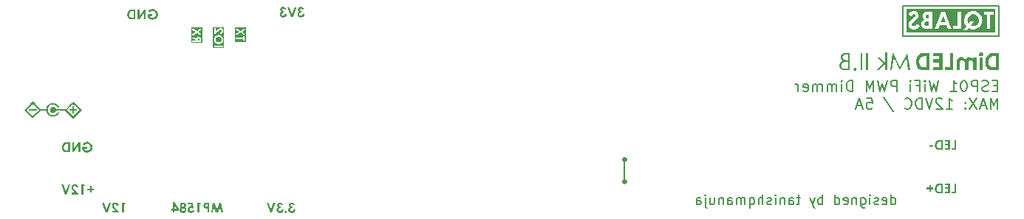
<source format=gbr>
%TF.GenerationSoftware,KiCad,Pcbnew,9.0.4*%
%TF.CreationDate,2025-09-11T11:59:47+05:30*%
%TF.ProjectId,DimLED,44696d4c-4544-42e6-9b69-6361645f7063,Mark II.B*%
%TF.SameCoordinates,Original*%
%TF.FileFunction,Legend,Bot*%
%TF.FilePolarity,Positive*%
%FSLAX46Y46*%
G04 Gerber Fmt 4.6, Leading zero omitted, Abs format (unit mm)*
G04 Created by KiCad (PCBNEW 9.0.4) date 2025-09-11 11:59:47*
%MOMM*%
%LPD*%
G01*
G04 APERTURE LIST*
%ADD10C,0.304000*%
%ADD11C,0.200000*%
%ADD12C,0.187500*%
%ADD13C,0.150000*%
%ADD14C,0.000000*%
G04 APERTURE END LIST*
D10*
X155552000Y-106407500D02*
G75*
G02*
X155248000Y-106407500I-152000J0D01*
G01*
X155248000Y-106407500D02*
G75*
G02*
X155552000Y-106407500I152000J0D01*
G01*
X155552000Y-108947500D02*
G75*
G02*
X155248000Y-108947500I-152000J0D01*
G01*
X155248000Y-108947500D02*
G75*
G02*
X155552000Y-108947500I152000J0D01*
G01*
D11*
X155400000Y-108947500D02*
X155400000Y-106407500D01*
X187300000Y-88750000D02*
X198300000Y-88750000D01*
X198300000Y-92250000D01*
X187300000Y-92250000D01*
X187300000Y-88750000D01*
G36*
X198319068Y-96160000D02*
G01*
X197858670Y-96160000D01*
X197594151Y-96152844D01*
X197418808Y-96134927D01*
X197309490Y-96110907D01*
X197208105Y-96070192D01*
X197110236Y-96011573D01*
X197015055Y-95933342D01*
X196932200Y-95842096D01*
X196861133Y-95735113D01*
X196801831Y-95610453D01*
X196759489Y-95478660D01*
X196733541Y-95336900D01*
X196724651Y-95183639D01*
X196725030Y-95176922D01*
X197111409Y-95176922D01*
X197120555Y-95314617D01*
X197146244Y-95430762D01*
X197186636Y-95528876D01*
X197243684Y-95617774D01*
X197307981Y-95684470D01*
X197379954Y-95732208D01*
X197461810Y-95762515D01*
X197584212Y-95784191D01*
X197760362Y-95792658D01*
X197937927Y-95792658D01*
X197937927Y-94518688D01*
X197808112Y-94518688D01*
X197626774Y-94530745D01*
X197484929Y-94563501D01*
X197374843Y-94613181D01*
X197290317Y-94678056D01*
X197214584Y-94771731D01*
X197159043Y-94883491D01*
X197123918Y-95016962D01*
X197111409Y-95176922D01*
X196725030Y-95176922D01*
X196733842Y-95020671D01*
X196760462Y-94872449D01*
X196803523Y-94737089D01*
X196862648Y-94612965D01*
X196939133Y-94495485D01*
X197022974Y-94398907D01*
X197114302Y-94320928D01*
X197213747Y-94259912D01*
X197318816Y-94217273D01*
X197457280Y-94183050D01*
X197636688Y-94159927D01*
X197865509Y-94151346D01*
X198319068Y-94151346D01*
X198319068Y-96160000D01*
G37*
G36*
X196255460Y-94057557D02*
G01*
X196192865Y-94065629D01*
X196137253Y-94089411D01*
X196086688Y-94129975D01*
X196047539Y-94181688D01*
X196024301Y-94239394D01*
X196016346Y-94305097D01*
X196024223Y-94370013D01*
X196047251Y-94427119D01*
X196086078Y-94478387D01*
X196136102Y-94518486D01*
X196191034Y-94541981D01*
X196252773Y-94549951D01*
X196316214Y-94541783D01*
X196372253Y-94517779D01*
X196422889Y-94476922D01*
X196461988Y-94424727D01*
X196485253Y-94366298D01*
X196493230Y-94299602D01*
X196485389Y-94235671D01*
X196462427Y-94179287D01*
X196423621Y-94128510D01*
X196373538Y-94088849D01*
X196318131Y-94065505D01*
X196255460Y-94057557D01*
G37*
G36*
X196442672Y-94675003D02*
G01*
X196068248Y-94675003D01*
X196068248Y-96160000D01*
X196442672Y-96160000D01*
X196442672Y-94675003D01*
G37*
G36*
X195734124Y-94675003D02*
G01*
X195359822Y-94675003D01*
X195359822Y-94848171D01*
X195257439Y-94753762D01*
X195147452Y-94688681D01*
X195026444Y-94649351D01*
X194892585Y-94635924D01*
X194801684Y-94643818D01*
X194718433Y-94666953D01*
X194641259Y-94705289D01*
X194572582Y-94757513D01*
X194512580Y-94824344D01*
X194460886Y-94907766D01*
X194396086Y-94824871D01*
X194323653Y-94757876D01*
X194243021Y-94705289D01*
X194154675Y-94666900D01*
X194061049Y-94643773D01*
X193960799Y-94635924D01*
X193857227Y-94644488D01*
X193765015Y-94669255D01*
X193682117Y-94709685D01*
X193608343Y-94764881D01*
X193551334Y-94828783D01*
X193509316Y-94902271D01*
X193483091Y-94984234D01*
X193464126Y-95108439D01*
X193456681Y-95288663D01*
X193456681Y-96160000D01*
X193832327Y-96160000D01*
X193832327Y-95409441D01*
X193841603Y-95240258D01*
X193864480Y-95132903D01*
X193895219Y-95068967D01*
X193943135Y-95020105D01*
X194004527Y-94990416D01*
X194083775Y-94979818D01*
X194174705Y-94993516D01*
X194255233Y-95034284D01*
X194320654Y-95098108D01*
X194367951Y-95184494D01*
X194393784Y-95295085D01*
X194404832Y-95492362D01*
X194404832Y-96160000D01*
X194780600Y-96160000D01*
X194780600Y-95443513D01*
X194789449Y-95258680D01*
X194810031Y-95155917D01*
X194848110Y-95076176D01*
X194898080Y-95023415D01*
X194961795Y-94991078D01*
X195040108Y-94979818D01*
X195128678Y-94993558D01*
X195208879Y-95034895D01*
X195274273Y-95099821D01*
X195322330Y-95189256D01*
X195348654Y-95302923D01*
X195359822Y-95501887D01*
X195359822Y-96160000D01*
X195734124Y-96160000D01*
X195734124Y-94675003D01*
G37*
G36*
X193060397Y-94151346D02*
G01*
X192677913Y-94151346D01*
X192677913Y-95792658D01*
X192120429Y-95792658D01*
X192120429Y-96160000D01*
X193060397Y-96160000D01*
X193060397Y-94151346D01*
G37*
G36*
X191828070Y-94151346D02*
G01*
X190731053Y-94151346D01*
X190731053Y-94518688D01*
X191448272Y-94518688D01*
X191448272Y-94886029D01*
X190731053Y-94886029D01*
X190731053Y-95253370D01*
X191448272Y-95253370D01*
X191448272Y-95792658D01*
X190731053Y-95792658D01*
X190731053Y-96160000D01*
X191828070Y-96160000D01*
X191828070Y-94151346D01*
G37*
G36*
X190372383Y-96160000D02*
G01*
X189911985Y-96160000D01*
X189647466Y-96152844D01*
X189472123Y-96134927D01*
X189362805Y-96110907D01*
X189261420Y-96070192D01*
X189163551Y-96011573D01*
X189068370Y-95933342D01*
X188985514Y-95842096D01*
X188914448Y-95735113D01*
X188855146Y-95610453D01*
X188812804Y-95478660D01*
X188786855Y-95336900D01*
X188777965Y-95183639D01*
X188778344Y-95176922D01*
X189164724Y-95176922D01*
X189173870Y-95314617D01*
X189199559Y-95430762D01*
X189239951Y-95528876D01*
X189296999Y-95617774D01*
X189361296Y-95684470D01*
X189433269Y-95732208D01*
X189515125Y-95762515D01*
X189637526Y-95784191D01*
X189813677Y-95792658D01*
X189991242Y-95792658D01*
X189991242Y-94518688D01*
X189861427Y-94518688D01*
X189680089Y-94530745D01*
X189538244Y-94563501D01*
X189428157Y-94613181D01*
X189343632Y-94678056D01*
X189267898Y-94771731D01*
X189212358Y-94883491D01*
X189177232Y-95016962D01*
X189164724Y-95176922D01*
X188778344Y-95176922D01*
X188787156Y-95020671D01*
X188813777Y-94872449D01*
X188856838Y-94737089D01*
X188915963Y-94612965D01*
X188992448Y-94495485D01*
X189076289Y-94398907D01*
X189167617Y-94320928D01*
X189267062Y-94259912D01*
X189372130Y-94217273D01*
X189510595Y-94183050D01*
X189690003Y-94159927D01*
X189918824Y-94151346D01*
X190372383Y-94151346D01*
X190372383Y-96160000D01*
G37*
G36*
X106618714Y-92514730D02*
G01*
X106644921Y-92527442D01*
X106665836Y-92547316D01*
X106679970Y-92573176D01*
X106687324Y-92607849D01*
X106690655Y-92678384D01*
X106690655Y-92730957D01*
X106483538Y-92730957D01*
X106483538Y-92670874D01*
X106487024Y-92609449D01*
X106495721Y-92569482D01*
X106507595Y-92544844D01*
X106526232Y-92526324D01*
X106552027Y-92514649D01*
X106587463Y-92510345D01*
X106618714Y-92514730D01*
G37*
G36*
X106985437Y-93033371D02*
G01*
X105758889Y-93033371D01*
X105758889Y-92487081D01*
X105870000Y-92487081D01*
X106219325Y-92670874D01*
X106299867Y-92713250D01*
X106299867Y-92730957D01*
X105870000Y-92730957D01*
X105870000Y-92922260D01*
X106874326Y-92922260D01*
X106874326Y-92719356D01*
X106870092Y-92606821D01*
X106859404Y-92530809D01*
X106844834Y-92482013D01*
X106821035Y-92438176D01*
X106788712Y-92400464D01*
X106746953Y-92368257D01*
X106699628Y-92344751D01*
X106646099Y-92330255D01*
X106585020Y-92325209D01*
X106521031Y-92330869D01*
X106466885Y-92346922D01*
X106420706Y-92372714D01*
X106381495Y-92408263D01*
X106348143Y-92455220D01*
X106320750Y-92515779D01*
X105870000Y-92278070D01*
X105870000Y-92487081D01*
X105758889Y-92487081D01*
X105758889Y-91531114D01*
X105870000Y-91531114D01*
X106223053Y-91762351D01*
X105870000Y-91993588D01*
X105870000Y-92210109D01*
X106387794Y-91870245D01*
X106874326Y-92188921D01*
X106874326Y-91973743D01*
X106551864Y-91762534D01*
X106874326Y-91550898D01*
X106874326Y-91335720D01*
X106387306Y-91654762D01*
X105870000Y-91315936D01*
X105870000Y-91531114D01*
X105758889Y-91531114D01*
X105758889Y-91204825D01*
X106985437Y-91204825D01*
X106985437Y-93033371D01*
G37*
D12*
G36*
X188096981Y-96160000D02*
G01*
X187811461Y-94151346D01*
X187778611Y-94151346D01*
X186961618Y-95800474D01*
X186152808Y-94151346D01*
X186120080Y-94151346D01*
X185831751Y-96160000D01*
X186029832Y-96160000D01*
X186226570Y-94721898D01*
X186937072Y-96160000D01*
X186987630Y-96160000D01*
X187707658Y-94714082D01*
X187902930Y-96160000D01*
X188096981Y-96160000D01*
G37*
G36*
X185466852Y-94096636D02*
G01*
X185274145Y-94096636D01*
X185274145Y-95283656D01*
X184586967Y-94675003D01*
X184305600Y-94675003D01*
X185121127Y-95386238D01*
X184257728Y-96160000D01*
X184528227Y-96160000D01*
X185274145Y-95487721D01*
X185274145Y-96160000D01*
X185466852Y-96160000D01*
X185466852Y-94096636D01*
G37*
G36*
X183284054Y-94151346D02*
G01*
X183083286Y-94151346D01*
X183083286Y-96160000D01*
X183284054Y-96160000D01*
X183284054Y-94151346D01*
G37*
G36*
X182652930Y-94151346D02*
G01*
X182452163Y-94151346D01*
X182452163Y-96160000D01*
X182652930Y-96160000D01*
X182652930Y-94151346D01*
G37*
G36*
X181814200Y-95863000D02*
G01*
X181749576Y-95875234D01*
X181695376Y-95911849D01*
X181658520Y-95965877D01*
X181646161Y-96031039D01*
X181658435Y-96095173D01*
X181695376Y-96149619D01*
X181749624Y-96186712D01*
X181814200Y-96199078D01*
X181878798Y-96186715D01*
X181933147Y-96149619D01*
X181969992Y-96095182D01*
X181982240Y-96031039D01*
X181969908Y-95965867D01*
X181933147Y-95911849D01*
X181878846Y-95875230D01*
X181814200Y-95863000D01*
G37*
G36*
X181213974Y-96160000D02*
G01*
X180661985Y-96160000D01*
X180514253Y-96148464D01*
X180388247Y-96115760D01*
X180280184Y-96063554D01*
X180187177Y-95991838D01*
X180109017Y-95902031D01*
X180054410Y-95804843D01*
X180021493Y-95698550D01*
X180010492Y-95583464D01*
X180219295Y-95583464D01*
X180226172Y-95653742D01*
X180246688Y-95720340D01*
X180281454Y-95784476D01*
X180327547Y-95841073D01*
X180382093Y-95886304D01*
X180446074Y-95921008D01*
X180516473Y-95942872D01*
X180620532Y-95958516D01*
X180768597Y-95964605D01*
X181017236Y-95964605D01*
X181017236Y-95183028D01*
X180903785Y-95183028D01*
X180668552Y-95190691D01*
X180547191Y-95207941D01*
X180449743Y-95241233D01*
X180370561Y-95287495D01*
X180306734Y-95346549D01*
X180258078Y-95417965D01*
X180229153Y-95496177D01*
X180219295Y-95583464D01*
X180010492Y-95583464D01*
X180010223Y-95580655D01*
X180022179Y-95464724D01*
X180057362Y-95359005D01*
X180114007Y-95264103D01*
X180189253Y-95184616D01*
X180285665Y-95120454D01*
X180431053Y-95058953D01*
X180351577Y-95007914D01*
X180288002Y-94949059D01*
X180238468Y-94881999D01*
X180202162Y-94806840D01*
X180180316Y-94726540D01*
X180172973Y-94640687D01*
X180381838Y-94640687D01*
X180396202Y-94738157D01*
X180439235Y-94826434D01*
X180506482Y-94898561D01*
X180595062Y-94948921D01*
X180707506Y-94976143D01*
X180902442Y-94987634D01*
X181017236Y-94987634D01*
X181017236Y-94346741D01*
X180784961Y-94346741D01*
X180646162Y-94357236D01*
X180547211Y-94384704D01*
X180478192Y-94425020D01*
X180425116Y-94483031D01*
X180393099Y-94553605D01*
X180381838Y-94640687D01*
X180172973Y-94640687D01*
X180172889Y-94639710D01*
X180181293Y-94546963D01*
X180206056Y-94461155D01*
X180247383Y-94380690D01*
X180303035Y-94309512D01*
X180370196Y-94252166D01*
X180450226Y-94207644D01*
X180538052Y-94178742D01*
X180657844Y-94158863D01*
X180817812Y-94151346D01*
X181213974Y-94151346D01*
X181213974Y-96160000D01*
G37*
D13*
X198153696Y-97922031D02*
X197737030Y-97922031D01*
X197558458Y-98576793D02*
X198153696Y-98576793D01*
X198153696Y-98576793D02*
X198153696Y-97326793D01*
X198153696Y-97326793D02*
X197558458Y-97326793D01*
X197082268Y-98517270D02*
X196903697Y-98576793D01*
X196903697Y-98576793D02*
X196606078Y-98576793D01*
X196606078Y-98576793D02*
X196487030Y-98517270D01*
X196487030Y-98517270D02*
X196427506Y-98457746D01*
X196427506Y-98457746D02*
X196367983Y-98338698D01*
X196367983Y-98338698D02*
X196367983Y-98219650D01*
X196367983Y-98219650D02*
X196427506Y-98100603D01*
X196427506Y-98100603D02*
X196487030Y-98041079D01*
X196487030Y-98041079D02*
X196606078Y-97981555D01*
X196606078Y-97981555D02*
X196844173Y-97922031D01*
X196844173Y-97922031D02*
X196963221Y-97862508D01*
X196963221Y-97862508D02*
X197022744Y-97802984D01*
X197022744Y-97802984D02*
X197082268Y-97683936D01*
X197082268Y-97683936D02*
X197082268Y-97564889D01*
X197082268Y-97564889D02*
X197022744Y-97445841D01*
X197022744Y-97445841D02*
X196963221Y-97386317D01*
X196963221Y-97386317D02*
X196844173Y-97326793D01*
X196844173Y-97326793D02*
X196546554Y-97326793D01*
X196546554Y-97326793D02*
X196367983Y-97386317D01*
X195832268Y-98576793D02*
X195832268Y-97326793D01*
X195832268Y-97326793D02*
X195356078Y-97326793D01*
X195356078Y-97326793D02*
X195237030Y-97386317D01*
X195237030Y-97386317D02*
X195177507Y-97445841D01*
X195177507Y-97445841D02*
X195117983Y-97564889D01*
X195117983Y-97564889D02*
X195117983Y-97743460D01*
X195117983Y-97743460D02*
X195177507Y-97862508D01*
X195177507Y-97862508D02*
X195237030Y-97922031D01*
X195237030Y-97922031D02*
X195356078Y-97981555D01*
X195356078Y-97981555D02*
X195832268Y-97981555D01*
X194344173Y-97326793D02*
X194225126Y-97326793D01*
X194225126Y-97326793D02*
X194106078Y-97386317D01*
X194106078Y-97386317D02*
X194046554Y-97445841D01*
X194046554Y-97445841D02*
X193987030Y-97564889D01*
X193987030Y-97564889D02*
X193927507Y-97802984D01*
X193927507Y-97802984D02*
X193927507Y-98100603D01*
X193927507Y-98100603D02*
X193987030Y-98338698D01*
X193987030Y-98338698D02*
X194046554Y-98457746D01*
X194046554Y-98457746D02*
X194106078Y-98517270D01*
X194106078Y-98517270D02*
X194225126Y-98576793D01*
X194225126Y-98576793D02*
X194344173Y-98576793D01*
X194344173Y-98576793D02*
X194463221Y-98517270D01*
X194463221Y-98517270D02*
X194522745Y-98457746D01*
X194522745Y-98457746D02*
X194582268Y-98338698D01*
X194582268Y-98338698D02*
X194641792Y-98100603D01*
X194641792Y-98100603D02*
X194641792Y-97802984D01*
X194641792Y-97802984D02*
X194582268Y-97564889D01*
X194582268Y-97564889D02*
X194522745Y-97445841D01*
X194522745Y-97445841D02*
X194463221Y-97386317D01*
X194463221Y-97386317D02*
X194344173Y-97326793D01*
X192737031Y-98576793D02*
X193451316Y-98576793D01*
X193094173Y-98576793D02*
X193094173Y-97326793D01*
X193094173Y-97326793D02*
X193213221Y-97505365D01*
X193213221Y-97505365D02*
X193332269Y-97624412D01*
X193332269Y-97624412D02*
X193451316Y-97683936D01*
X191367983Y-97326793D02*
X191070364Y-98576793D01*
X191070364Y-98576793D02*
X190832269Y-97683936D01*
X190832269Y-97683936D02*
X190594174Y-98576793D01*
X190594174Y-98576793D02*
X190296555Y-97326793D01*
X189820364Y-98576793D02*
X189820364Y-97743460D01*
X189820364Y-97326793D02*
X189879888Y-97386317D01*
X189879888Y-97386317D02*
X189820364Y-97445841D01*
X189820364Y-97445841D02*
X189760841Y-97386317D01*
X189760841Y-97386317D02*
X189820364Y-97326793D01*
X189820364Y-97326793D02*
X189820364Y-97445841D01*
X188808460Y-97922031D02*
X189225126Y-97922031D01*
X189225126Y-98576793D02*
X189225126Y-97326793D01*
X189225126Y-97326793D02*
X188629888Y-97326793D01*
X188153697Y-98576793D02*
X188153697Y-97743460D01*
X188153697Y-97326793D02*
X188213221Y-97386317D01*
X188213221Y-97386317D02*
X188153697Y-97445841D01*
X188153697Y-97445841D02*
X188094174Y-97386317D01*
X188094174Y-97386317D02*
X188153697Y-97326793D01*
X188153697Y-97326793D02*
X188153697Y-97445841D01*
X186606078Y-98576793D02*
X186606078Y-97326793D01*
X186606078Y-97326793D02*
X186129888Y-97326793D01*
X186129888Y-97326793D02*
X186010840Y-97386317D01*
X186010840Y-97386317D02*
X185951317Y-97445841D01*
X185951317Y-97445841D02*
X185891793Y-97564889D01*
X185891793Y-97564889D02*
X185891793Y-97743460D01*
X185891793Y-97743460D02*
X185951317Y-97862508D01*
X185951317Y-97862508D02*
X186010840Y-97922031D01*
X186010840Y-97922031D02*
X186129888Y-97981555D01*
X186129888Y-97981555D02*
X186606078Y-97981555D01*
X185475126Y-97326793D02*
X185177507Y-98576793D01*
X185177507Y-98576793D02*
X184939412Y-97683936D01*
X184939412Y-97683936D02*
X184701317Y-98576793D01*
X184701317Y-98576793D02*
X184403698Y-97326793D01*
X183927507Y-98576793D02*
X183927507Y-97326793D01*
X183927507Y-97326793D02*
X183510841Y-98219650D01*
X183510841Y-98219650D02*
X183094174Y-97326793D01*
X183094174Y-97326793D02*
X183094174Y-98576793D01*
X181546555Y-98576793D02*
X181546555Y-97326793D01*
X181546555Y-97326793D02*
X181248936Y-97326793D01*
X181248936Y-97326793D02*
X181070365Y-97386317D01*
X181070365Y-97386317D02*
X180951317Y-97505365D01*
X180951317Y-97505365D02*
X180891794Y-97624412D01*
X180891794Y-97624412D02*
X180832270Y-97862508D01*
X180832270Y-97862508D02*
X180832270Y-98041079D01*
X180832270Y-98041079D02*
X180891794Y-98279174D01*
X180891794Y-98279174D02*
X180951317Y-98398222D01*
X180951317Y-98398222D02*
X181070365Y-98517270D01*
X181070365Y-98517270D02*
X181248936Y-98576793D01*
X181248936Y-98576793D02*
X181546555Y-98576793D01*
X180296555Y-98576793D02*
X180296555Y-97743460D01*
X180296555Y-97326793D02*
X180356079Y-97386317D01*
X180356079Y-97386317D02*
X180296555Y-97445841D01*
X180296555Y-97445841D02*
X180237032Y-97386317D01*
X180237032Y-97386317D02*
X180296555Y-97326793D01*
X180296555Y-97326793D02*
X180296555Y-97445841D01*
X179701317Y-98576793D02*
X179701317Y-97743460D01*
X179701317Y-97862508D02*
X179641794Y-97802984D01*
X179641794Y-97802984D02*
X179522746Y-97743460D01*
X179522746Y-97743460D02*
X179344175Y-97743460D01*
X179344175Y-97743460D02*
X179225127Y-97802984D01*
X179225127Y-97802984D02*
X179165603Y-97922031D01*
X179165603Y-97922031D02*
X179165603Y-98576793D01*
X179165603Y-97922031D02*
X179106079Y-97802984D01*
X179106079Y-97802984D02*
X178987032Y-97743460D01*
X178987032Y-97743460D02*
X178808460Y-97743460D01*
X178808460Y-97743460D02*
X178689413Y-97802984D01*
X178689413Y-97802984D02*
X178629889Y-97922031D01*
X178629889Y-97922031D02*
X178629889Y-98576793D01*
X178034650Y-98576793D02*
X178034650Y-97743460D01*
X178034650Y-97862508D02*
X177975127Y-97802984D01*
X177975127Y-97802984D02*
X177856079Y-97743460D01*
X177856079Y-97743460D02*
X177677508Y-97743460D01*
X177677508Y-97743460D02*
X177558460Y-97802984D01*
X177558460Y-97802984D02*
X177498936Y-97922031D01*
X177498936Y-97922031D02*
X177498936Y-98576793D01*
X177498936Y-97922031D02*
X177439412Y-97802984D01*
X177439412Y-97802984D02*
X177320365Y-97743460D01*
X177320365Y-97743460D02*
X177141793Y-97743460D01*
X177141793Y-97743460D02*
X177022746Y-97802984D01*
X177022746Y-97802984D02*
X176963222Y-97922031D01*
X176963222Y-97922031D02*
X176963222Y-98576793D01*
X175891793Y-98517270D02*
X176010841Y-98576793D01*
X176010841Y-98576793D02*
X176248936Y-98576793D01*
X176248936Y-98576793D02*
X176367983Y-98517270D01*
X176367983Y-98517270D02*
X176427507Y-98398222D01*
X176427507Y-98398222D02*
X176427507Y-97922031D01*
X176427507Y-97922031D02*
X176367983Y-97802984D01*
X176367983Y-97802984D02*
X176248936Y-97743460D01*
X176248936Y-97743460D02*
X176010841Y-97743460D01*
X176010841Y-97743460D02*
X175891793Y-97802984D01*
X175891793Y-97802984D02*
X175832269Y-97922031D01*
X175832269Y-97922031D02*
X175832269Y-98041079D01*
X175832269Y-98041079D02*
X176427507Y-98160127D01*
X175296554Y-98576793D02*
X175296554Y-97743460D01*
X175296554Y-97981555D02*
X175237031Y-97862508D01*
X175237031Y-97862508D02*
X175177507Y-97802984D01*
X175177507Y-97802984D02*
X175058459Y-97743460D01*
X175058459Y-97743460D02*
X174939412Y-97743460D01*
X198153696Y-100589223D02*
X198153696Y-99339223D01*
X198153696Y-99339223D02*
X197737030Y-100232080D01*
X197737030Y-100232080D02*
X197320363Y-99339223D01*
X197320363Y-99339223D02*
X197320363Y-100589223D01*
X196784649Y-100232080D02*
X196189411Y-100232080D01*
X196903697Y-100589223D02*
X196487030Y-99339223D01*
X196487030Y-99339223D02*
X196070364Y-100589223D01*
X195772744Y-99339223D02*
X194939411Y-100589223D01*
X194939411Y-99339223D02*
X195772744Y-100589223D01*
X194463220Y-100470176D02*
X194403697Y-100529700D01*
X194403697Y-100529700D02*
X194463220Y-100589223D01*
X194463220Y-100589223D02*
X194522744Y-100529700D01*
X194522744Y-100529700D02*
X194463220Y-100470176D01*
X194463220Y-100470176D02*
X194463220Y-100589223D01*
X194463220Y-99815414D02*
X194403697Y-99874938D01*
X194403697Y-99874938D02*
X194463220Y-99934461D01*
X194463220Y-99934461D02*
X194522744Y-99874938D01*
X194522744Y-99874938D02*
X194463220Y-99815414D01*
X194463220Y-99815414D02*
X194463220Y-99934461D01*
X192260840Y-100589223D02*
X192975125Y-100589223D01*
X192617982Y-100589223D02*
X192617982Y-99339223D01*
X192617982Y-99339223D02*
X192737030Y-99517795D01*
X192737030Y-99517795D02*
X192856078Y-99636842D01*
X192856078Y-99636842D02*
X192975125Y-99696366D01*
X191784649Y-99458271D02*
X191725125Y-99398747D01*
X191725125Y-99398747D02*
X191606078Y-99339223D01*
X191606078Y-99339223D02*
X191308459Y-99339223D01*
X191308459Y-99339223D02*
X191189411Y-99398747D01*
X191189411Y-99398747D02*
X191129887Y-99458271D01*
X191129887Y-99458271D02*
X191070364Y-99577319D01*
X191070364Y-99577319D02*
X191070364Y-99696366D01*
X191070364Y-99696366D02*
X191129887Y-99874938D01*
X191129887Y-99874938D02*
X191844173Y-100589223D01*
X191844173Y-100589223D02*
X191070364Y-100589223D01*
X190713221Y-99339223D02*
X190296554Y-100589223D01*
X190296554Y-100589223D02*
X189879888Y-99339223D01*
X189463220Y-100589223D02*
X189463220Y-99339223D01*
X189463220Y-99339223D02*
X189165601Y-99339223D01*
X189165601Y-99339223D02*
X188987030Y-99398747D01*
X188987030Y-99398747D02*
X188867982Y-99517795D01*
X188867982Y-99517795D02*
X188808459Y-99636842D01*
X188808459Y-99636842D02*
X188748935Y-99874938D01*
X188748935Y-99874938D02*
X188748935Y-100053509D01*
X188748935Y-100053509D02*
X188808459Y-100291604D01*
X188808459Y-100291604D02*
X188867982Y-100410652D01*
X188867982Y-100410652D02*
X188987030Y-100529700D01*
X188987030Y-100529700D02*
X189165601Y-100589223D01*
X189165601Y-100589223D02*
X189463220Y-100589223D01*
X187498935Y-100470176D02*
X187558459Y-100529700D01*
X187558459Y-100529700D02*
X187737030Y-100589223D01*
X187737030Y-100589223D02*
X187856078Y-100589223D01*
X187856078Y-100589223D02*
X188034649Y-100529700D01*
X188034649Y-100529700D02*
X188153697Y-100410652D01*
X188153697Y-100410652D02*
X188213220Y-100291604D01*
X188213220Y-100291604D02*
X188272744Y-100053509D01*
X188272744Y-100053509D02*
X188272744Y-99874938D01*
X188272744Y-99874938D02*
X188213220Y-99636842D01*
X188213220Y-99636842D02*
X188153697Y-99517795D01*
X188153697Y-99517795D02*
X188034649Y-99398747D01*
X188034649Y-99398747D02*
X187856078Y-99339223D01*
X187856078Y-99339223D02*
X187737030Y-99339223D01*
X187737030Y-99339223D02*
X187558459Y-99398747D01*
X187558459Y-99398747D02*
X187498935Y-99458271D01*
X185117982Y-99279700D02*
X186189411Y-100886842D01*
X183153696Y-99339223D02*
X183748934Y-99339223D01*
X183748934Y-99339223D02*
X183808458Y-99934461D01*
X183808458Y-99934461D02*
X183748934Y-99874938D01*
X183748934Y-99874938D02*
X183629887Y-99815414D01*
X183629887Y-99815414D02*
X183332268Y-99815414D01*
X183332268Y-99815414D02*
X183213220Y-99874938D01*
X183213220Y-99874938D02*
X183153696Y-99934461D01*
X183153696Y-99934461D02*
X183094173Y-100053509D01*
X183094173Y-100053509D02*
X183094173Y-100351128D01*
X183094173Y-100351128D02*
X183153696Y-100470176D01*
X183153696Y-100470176D02*
X183213220Y-100529700D01*
X183213220Y-100529700D02*
X183332268Y-100589223D01*
X183332268Y-100589223D02*
X183629887Y-100589223D01*
X183629887Y-100589223D02*
X183748934Y-100529700D01*
X183748934Y-100529700D02*
X183808458Y-100470176D01*
X182617982Y-100232080D02*
X182022744Y-100232080D01*
X182737030Y-100589223D02*
X182320363Y-99339223D01*
X182320363Y-99339223D02*
X181903697Y-100589223D01*
D11*
G36*
X118444403Y-89182650D02*
G01*
X118655694Y-89182650D01*
X118637354Y-89101526D01*
X118606581Y-89034679D01*
X118563777Y-88979575D01*
X118507863Y-88932826D01*
X118446000Y-88899734D01*
X118376966Y-88879539D01*
X118299048Y-88872560D01*
X118229302Y-88878461D01*
X118167197Y-88895539D01*
X118111326Y-88923465D01*
X118060652Y-88962722D01*
X118017714Y-89010997D01*
X117988055Y-89062117D01*
X117970378Y-89116913D01*
X117964380Y-89176611D01*
X117969096Y-89226562D01*
X117983043Y-89273034D01*
X118006442Y-89316911D01*
X118037809Y-89355645D01*
X118078098Y-89389828D01*
X118128624Y-89419572D01*
X118062178Y-89446296D01*
X118007911Y-89482578D01*
X117964029Y-89528623D01*
X117931296Y-89583019D01*
X117911507Y-89643533D01*
X117904693Y-89711827D01*
X117911973Y-89786790D01*
X117933263Y-89854495D01*
X117968652Y-89916543D01*
X118019433Y-89974028D01*
X118079752Y-90020446D01*
X118147524Y-90053755D01*
X118224178Y-90074308D01*
X118311617Y-90081464D01*
X118394451Y-90074603D01*
X118466584Y-90054944D01*
X118529926Y-90023146D01*
X118585896Y-89978873D01*
X118631840Y-89924499D01*
X118666586Y-89860964D01*
X118690269Y-89786667D01*
X118702110Y-89699468D01*
X118484498Y-89699468D01*
X118470232Y-89756616D01*
X118449183Y-89799675D01*
X118422073Y-89831552D01*
X118387641Y-89855214D01*
X118347440Y-89869676D01*
X118299890Y-89874737D01*
X118250478Y-89869132D01*
X118208481Y-89853028D01*
X118172231Y-89826426D01*
X118143914Y-89791583D01*
X118127228Y-89752692D01*
X118121532Y-89708316D01*
X118128928Y-89660397D01*
X118151028Y-89617766D01*
X118189856Y-89578690D01*
X118238279Y-89550699D01*
X118302528Y-89531894D01*
X118387033Y-89524199D01*
X118387033Y-89335449D01*
X118313093Y-89324951D01*
X118268853Y-89310380D01*
X118233915Y-89287909D01*
X118208394Y-89259120D01*
X118192082Y-89225190D01*
X118186766Y-89189883D01*
X118190539Y-89159465D01*
X118201464Y-89133439D01*
X118219770Y-89110745D01*
X118243462Y-89093572D01*
X118271818Y-89083013D01*
X118306140Y-89079287D01*
X118351003Y-89086446D01*
X118391808Y-89108077D01*
X118424207Y-89141130D01*
X118444403Y-89182650D01*
G37*
G36*
X117804911Y-88899524D02*
G01*
X117578663Y-88899524D01*
X117288023Y-89720043D01*
X116993451Y-88899524D01*
X116767202Y-88899524D01*
X117183536Y-90054500D01*
X117395670Y-90054500D01*
X117804911Y-88899524D01*
G37*
G36*
X116416454Y-89182650D02*
G01*
X116627746Y-89182650D01*
X116609405Y-89101526D01*
X116578633Y-89034679D01*
X116535828Y-88979575D01*
X116479915Y-88932826D01*
X116418051Y-88899734D01*
X116349017Y-88879539D01*
X116271099Y-88872560D01*
X116201354Y-88878461D01*
X116139248Y-88895539D01*
X116083378Y-88923465D01*
X116032703Y-88962722D01*
X115989765Y-89010997D01*
X115960107Y-89062117D01*
X115942429Y-89116913D01*
X115936432Y-89176611D01*
X115941148Y-89226562D01*
X115955095Y-89273034D01*
X115978493Y-89316911D01*
X116009861Y-89355645D01*
X116050150Y-89389828D01*
X116100676Y-89419572D01*
X116034230Y-89446296D01*
X115979963Y-89482578D01*
X115936081Y-89528623D01*
X115903348Y-89583019D01*
X115883558Y-89643533D01*
X115876745Y-89711827D01*
X115884025Y-89786790D01*
X115905314Y-89854495D01*
X115940704Y-89916543D01*
X115991484Y-89974028D01*
X116051803Y-90020446D01*
X116119576Y-90053755D01*
X116196229Y-90074308D01*
X116283669Y-90081464D01*
X116366502Y-90074603D01*
X116438635Y-90054944D01*
X116501977Y-90023146D01*
X116557947Y-89978873D01*
X116603891Y-89924499D01*
X116638638Y-89860964D01*
X116662320Y-89786667D01*
X116674161Y-89699468D01*
X116456550Y-89699468D01*
X116442283Y-89756616D01*
X116421235Y-89799675D01*
X116394125Y-89831552D01*
X116359693Y-89855214D01*
X116319492Y-89869676D01*
X116271942Y-89874737D01*
X116222530Y-89869132D01*
X116180532Y-89853028D01*
X116144282Y-89826426D01*
X116115966Y-89791583D01*
X116099280Y-89752692D01*
X116093584Y-89708316D01*
X116100980Y-89660397D01*
X116123080Y-89617766D01*
X116161908Y-89578690D01*
X116210330Y-89550699D01*
X116274580Y-89531894D01*
X116359085Y-89524199D01*
X116359085Y-89335449D01*
X116285144Y-89324951D01*
X116240905Y-89310380D01*
X116205966Y-89287909D01*
X116180446Y-89259120D01*
X116164133Y-89225190D01*
X116158818Y-89189883D01*
X116162591Y-89159465D01*
X116173515Y-89133439D01*
X116191821Y-89110745D01*
X116215514Y-89093572D01*
X116243870Y-89083013D01*
X116278192Y-89079287D01*
X116323055Y-89086446D01*
X116363860Y-89108077D01*
X116396259Y-89141130D01*
X116416454Y-89182650D01*
G37*
G36*
X100801207Y-89338556D02*
G01*
X100955971Y-89490582D01*
X101018740Y-89432493D01*
X101083690Y-89388880D01*
X101151379Y-89358308D01*
X101222632Y-89339980D01*
X101298504Y-89333781D01*
X101381828Y-89341124D01*
X101456113Y-89362414D01*
X101523092Y-89397346D01*
X101584017Y-89446694D01*
X101634783Y-89506788D01*
X101670322Y-89571725D01*
X101691766Y-89642633D01*
X101699108Y-89721113D01*
X101691487Y-89802277D01*
X101669239Y-89875482D01*
X101632380Y-89942411D01*
X101579734Y-90004240D01*
X101516558Y-90054971D01*
X101447316Y-90090861D01*
X101370742Y-90112713D01*
X101285092Y-90120243D01*
X101210381Y-90114616D01*
X101147016Y-90098723D01*
X101093040Y-90073476D01*
X101045601Y-90037675D01*
X101003614Y-89989544D01*
X100966926Y-89926998D01*
X101301593Y-89926998D01*
X101301593Y-89720271D01*
X100720243Y-89720271D01*
X100718698Y-89768652D01*
X100727370Y-89867042D01*
X100753327Y-89961826D01*
X100797274Y-90054377D01*
X100855830Y-90138523D01*
X100923461Y-90206680D01*
X101000771Y-90260472D01*
X101086610Y-90299158D01*
X101183526Y-90323116D01*
X101293729Y-90331464D01*
X101383326Y-90326361D01*
X101466117Y-90311477D01*
X101542987Y-90287216D01*
X101614703Y-90253660D01*
X101681480Y-90210625D01*
X101740585Y-90159656D01*
X101792590Y-90100307D01*
X101837792Y-90031836D01*
X101873798Y-89958180D01*
X101899329Y-89882252D01*
X101914696Y-89803458D01*
X101919879Y-89721113D01*
X101913670Y-89631093D01*
X101895447Y-89547290D01*
X101865428Y-89468659D01*
X101823307Y-89394334D01*
X101768274Y-89323669D01*
X101691928Y-89251231D01*
X101608215Y-89195615D01*
X101516095Y-89155643D01*
X101414024Y-89131061D01*
X101300048Y-89122560D01*
X101200639Y-89128841D01*
X101106949Y-89147348D01*
X101018046Y-89177893D01*
X100947774Y-89214631D01*
X100875700Y-89267347D01*
X100801207Y-89338556D01*
G37*
G36*
X100515623Y-89149524D02*
G01*
X100305104Y-89149524D01*
X99809422Y-89909583D01*
X99809422Y-89149524D01*
X99589423Y-89149524D01*
X99589423Y-90304500D01*
X99800785Y-90304500D01*
X100295694Y-89546828D01*
X100295694Y-90304500D01*
X100515623Y-90304500D01*
X100515623Y-89149524D01*
G37*
G36*
X99324695Y-90304500D02*
G01*
X99059966Y-90304500D01*
X98907867Y-90300385D01*
X98807045Y-90290083D01*
X98744187Y-90276271D01*
X98685891Y-90252860D01*
X98629617Y-90219154D01*
X98574887Y-90174172D01*
X98527245Y-90121705D01*
X98486382Y-90060190D01*
X98452284Y-89988510D01*
X98427937Y-89912730D01*
X98413016Y-89831218D01*
X98407905Y-89743092D01*
X98408123Y-89739230D01*
X98630291Y-89739230D01*
X98635550Y-89818405D01*
X98650321Y-89885188D01*
X98673546Y-89941603D01*
X98706349Y-89992720D01*
X98743320Y-90031070D01*
X98784704Y-90058519D01*
X98831772Y-90075946D01*
X98902152Y-90088409D01*
X99003439Y-90093278D01*
X99105539Y-90093278D01*
X99105539Y-89360745D01*
X99030895Y-89360745D01*
X98926626Y-89367678D01*
X98845065Y-89386513D01*
X98781765Y-89415079D01*
X98733163Y-89452382D01*
X98689616Y-89506245D01*
X98657680Y-89570507D01*
X98637483Y-89647253D01*
X98630291Y-89739230D01*
X98408123Y-89739230D01*
X98413190Y-89649386D01*
X98428496Y-89564158D01*
X98453256Y-89486326D01*
X98487253Y-89414955D01*
X98531232Y-89347404D01*
X98579441Y-89291872D01*
X98631954Y-89247034D01*
X98689135Y-89211949D01*
X98749550Y-89187432D01*
X98829167Y-89167754D01*
X98932326Y-89154458D01*
X99063898Y-89149524D01*
X99324695Y-89149524D01*
X99324695Y-90304500D01*
G37*
G36*
X117394403Y-111632650D02*
G01*
X117605694Y-111632650D01*
X117587354Y-111551526D01*
X117556581Y-111484679D01*
X117513777Y-111429575D01*
X117457863Y-111382826D01*
X117396000Y-111349734D01*
X117326966Y-111329539D01*
X117249048Y-111322560D01*
X117179302Y-111328461D01*
X117117197Y-111345539D01*
X117061326Y-111373465D01*
X117010652Y-111412722D01*
X116967714Y-111460997D01*
X116938055Y-111512117D01*
X116920378Y-111566913D01*
X116914380Y-111626611D01*
X116919096Y-111676562D01*
X116933043Y-111723034D01*
X116956442Y-111766911D01*
X116987809Y-111805645D01*
X117028098Y-111839828D01*
X117078624Y-111869572D01*
X117012178Y-111896296D01*
X116957911Y-111932578D01*
X116914029Y-111978623D01*
X116881296Y-112033019D01*
X116861507Y-112093533D01*
X116854693Y-112161827D01*
X116861973Y-112236790D01*
X116883263Y-112304495D01*
X116918652Y-112366543D01*
X116969433Y-112424028D01*
X117029752Y-112470446D01*
X117097524Y-112503755D01*
X117174178Y-112524308D01*
X117261617Y-112531464D01*
X117344451Y-112524603D01*
X117416584Y-112504944D01*
X117479926Y-112473146D01*
X117535896Y-112428873D01*
X117581840Y-112374499D01*
X117616586Y-112310964D01*
X117640269Y-112236667D01*
X117652110Y-112149468D01*
X117434498Y-112149468D01*
X117420232Y-112206616D01*
X117399183Y-112249675D01*
X117372073Y-112281552D01*
X117337641Y-112305214D01*
X117297440Y-112319676D01*
X117249890Y-112324737D01*
X117200478Y-112319132D01*
X117158481Y-112303028D01*
X117122231Y-112276426D01*
X117093914Y-112241583D01*
X117077228Y-112202692D01*
X117071532Y-112158316D01*
X117078928Y-112110397D01*
X117101028Y-112067766D01*
X117139856Y-112028690D01*
X117188279Y-112000699D01*
X117252528Y-111981894D01*
X117337033Y-111974199D01*
X117337033Y-111785449D01*
X117263093Y-111774951D01*
X117218853Y-111760380D01*
X117183915Y-111737909D01*
X117158394Y-111709120D01*
X117142082Y-111675190D01*
X117136766Y-111639883D01*
X117140539Y-111609465D01*
X117151464Y-111583439D01*
X117169770Y-111560745D01*
X117193462Y-111543572D01*
X117221818Y-111533013D01*
X117256140Y-111529287D01*
X117301003Y-111536446D01*
X117341808Y-111558077D01*
X117374207Y-111591130D01*
X117394403Y-111632650D01*
G37*
G36*
X116573533Y-112279796D02*
G01*
X116540929Y-112283841D01*
X116512192Y-112295693D01*
X116486320Y-112315749D01*
X116466157Y-112341510D01*
X116454232Y-112370239D01*
X116450157Y-112402962D01*
X116454222Y-112435700D01*
X116466140Y-112464602D01*
X116486320Y-112490666D01*
X116512217Y-112510932D01*
X116540952Y-112522891D01*
X116573533Y-112526970D01*
X116606070Y-112522895D01*
X116634807Y-112510938D01*
X116660746Y-112490666D01*
X116680884Y-112464607D01*
X116692781Y-112435705D01*
X116696839Y-112402962D01*
X116692770Y-112370234D01*
X116680867Y-112341505D01*
X116660746Y-112315749D01*
X116634832Y-112295687D01*
X116606093Y-112283838D01*
X116573533Y-112279796D01*
G37*
G36*
X116043935Y-111632650D02*
G01*
X116255227Y-111632650D01*
X116236886Y-111551526D01*
X116206113Y-111484679D01*
X116163309Y-111429575D01*
X116107395Y-111382826D01*
X116045532Y-111349734D01*
X115976498Y-111329539D01*
X115898580Y-111322560D01*
X115828834Y-111328461D01*
X115766729Y-111345539D01*
X115710859Y-111373465D01*
X115660184Y-111412722D01*
X115617246Y-111460997D01*
X115587588Y-111512117D01*
X115569910Y-111566913D01*
X115563913Y-111626611D01*
X115568629Y-111676562D01*
X115582576Y-111723034D01*
X115605974Y-111766911D01*
X115637342Y-111805645D01*
X115677631Y-111839828D01*
X115728157Y-111869572D01*
X115661710Y-111896296D01*
X115607444Y-111932578D01*
X115563562Y-111978623D01*
X115530829Y-112033019D01*
X115511039Y-112093533D01*
X115504226Y-112161827D01*
X115511506Y-112236790D01*
X115532795Y-112304495D01*
X115568185Y-112366543D01*
X115618965Y-112424028D01*
X115679284Y-112470446D01*
X115747057Y-112503755D01*
X115823710Y-112524308D01*
X115911150Y-112531464D01*
X115993983Y-112524603D01*
X116066116Y-112504944D01*
X116129458Y-112473146D01*
X116185428Y-112428873D01*
X116231372Y-112374499D01*
X116266119Y-112310964D01*
X116289801Y-112236667D01*
X116301642Y-112149468D01*
X116084031Y-112149468D01*
X116069764Y-112206616D01*
X116048716Y-112249675D01*
X116021605Y-112281552D01*
X115987174Y-112305214D01*
X115946973Y-112319676D01*
X115899423Y-112324737D01*
X115850010Y-112319132D01*
X115808013Y-112303028D01*
X115771763Y-112276426D01*
X115743447Y-112241583D01*
X115726760Y-112202692D01*
X115721065Y-112158316D01*
X115728460Y-112110397D01*
X115750561Y-112067766D01*
X115789388Y-112028690D01*
X115837811Y-112000699D01*
X115902061Y-111981894D01*
X115986566Y-111974199D01*
X115986566Y-111785449D01*
X115912625Y-111774951D01*
X115868386Y-111760380D01*
X115833447Y-111737909D01*
X115807926Y-111709120D01*
X115791614Y-111675190D01*
X115786299Y-111639883D01*
X115790071Y-111609465D01*
X115800996Y-111583439D01*
X115819302Y-111560745D01*
X115842995Y-111543572D01*
X115871350Y-111533013D01*
X115905672Y-111529287D01*
X115950536Y-111536446D01*
X115991341Y-111558077D01*
X116023740Y-111591130D01*
X116043935Y-111632650D01*
G37*
G36*
X115404443Y-111349524D02*
G01*
X115178195Y-111349524D01*
X114887555Y-112170043D01*
X114592983Y-111349524D01*
X114366735Y-111349524D01*
X114783068Y-112504500D01*
X114995202Y-112504500D01*
X115404443Y-111349524D01*
G37*
G36*
X195485133Y-89734348D02*
G01*
X195607613Y-89770813D01*
X195718321Y-89830855D01*
X195819330Y-89916088D01*
X195901739Y-90018724D01*
X195960545Y-90133491D01*
X195996679Y-90262773D01*
X196009228Y-90409825D01*
X195999028Y-90541700D01*
X195969685Y-90658137D01*
X195922162Y-90761737D01*
X195856154Y-90854512D01*
X195770115Y-90937756D01*
X195672436Y-91004717D01*
X195570001Y-91051730D01*
X195461500Y-91079976D01*
X195345254Y-91089553D01*
X195212126Y-91076056D01*
X195088433Y-91036064D01*
X195447714Y-90573712D01*
X194991346Y-90573712D01*
X194811095Y-90806964D01*
X194743398Y-90681999D01*
X194703088Y-90549662D01*
X194689462Y-90407383D01*
X194701869Y-90267793D01*
X194738010Y-90141996D01*
X194797609Y-90027253D01*
X194882170Y-89921584D01*
X194984902Y-89833190D01*
X195095378Y-89771538D01*
X195215483Y-89734459D01*
X195347941Y-89721793D01*
X195485133Y-89734348D01*
G37*
G36*
X190260851Y-91042658D02*
G01*
X190165230Y-91042658D01*
X190005269Y-91033886D01*
X189904430Y-91012316D01*
X189844905Y-90983429D01*
X189799355Y-90938410D01*
X189771929Y-90882106D01*
X189762229Y-90810872D01*
X189773359Y-90730332D01*
X189805340Y-90664141D01*
X189859193Y-90608761D01*
X189928455Y-90571140D01*
X190031908Y-90544851D01*
X190181594Y-90534633D01*
X190260851Y-90534633D01*
X190260851Y-91042658D01*
G37*
G36*
X190260851Y-90190739D02*
G01*
X190177564Y-90190739D01*
X190086274Y-90183111D01*
X190019204Y-90162799D01*
X189970568Y-90132243D01*
X189933395Y-90089145D01*
X189910851Y-90036951D01*
X189902913Y-89972875D01*
X189910415Y-89913222D01*
X189931782Y-89864413D01*
X189967149Y-89823886D01*
X190013279Y-89795025D01*
X190076626Y-89775870D01*
X190162543Y-89768688D01*
X190260851Y-89768688D01*
X190260851Y-90190739D01*
G37*
G36*
X192173517Y-90628422D02*
G01*
X191639357Y-90628422D01*
X191905704Y-89935994D01*
X192173517Y-90628422D01*
G37*
G36*
X197890836Y-91788537D02*
G01*
X187708552Y-91788537D01*
X187708552Y-91566315D01*
X194222226Y-91566315D01*
X194675785Y-91566315D01*
X194853349Y-91337704D01*
X195003922Y-91403358D01*
X195166527Y-91443249D01*
X195343789Y-91456894D01*
X195522423Y-91443886D01*
X195684469Y-91406087D01*
X195832632Y-91344357D01*
X195969079Y-91258236D01*
X196095324Y-91145973D01*
X196204219Y-91015178D01*
X196287304Y-90877178D01*
X196346415Y-90730709D01*
X196382287Y-90574016D01*
X196394521Y-90404940D01*
X196385630Y-90262891D01*
X196359396Y-90128493D01*
X196316038Y-90000474D01*
X196255181Y-89877742D01*
X196182232Y-89768688D01*
X196557798Y-89768688D01*
X196923918Y-89768688D01*
X196923918Y-91410000D01*
X197312020Y-91410000D01*
X197312020Y-89768688D01*
X197668614Y-89768688D01*
X197668614Y-89401346D01*
X196557798Y-89401346D01*
X196557798Y-89768688D01*
X196182232Y-89768688D01*
X196178871Y-89763664D01*
X196090066Y-89662556D01*
X195988120Y-89573501D01*
X195871964Y-89495990D01*
X195747076Y-89433781D01*
X195618810Y-89389780D01*
X195486155Y-89363351D01*
X195347941Y-89354452D01*
X195180235Y-89366993D01*
X195024969Y-89403776D01*
X194879892Y-89464461D01*
X194743200Y-89549946D01*
X194613625Y-89662320D01*
X194502351Y-89792003D01*
X194417257Y-89930257D01*
X194356523Y-90078452D01*
X194319524Y-90238526D01*
X194307255Y-90407383D01*
X194306856Y-90412878D01*
X194317797Y-90573746D01*
X194349832Y-90722733D01*
X194402453Y-90861750D01*
X194476068Y-90992380D01*
X194571981Y-91115809D01*
X194222226Y-91566315D01*
X187708552Y-91566315D01*
X187708552Y-90890251D01*
X187930774Y-90890251D01*
X187941881Y-91010110D01*
X187974026Y-91116081D01*
X188026803Y-91210922D01*
X188101622Y-91296549D01*
X188191355Y-91365398D01*
X188293745Y-91415147D01*
X188411194Y-91446064D01*
X188546877Y-91456894D01*
X188686700Y-91444609D01*
X188810238Y-91409128D01*
X188920568Y-91351137D01*
X189017186Y-91271629D01*
X189108053Y-91162737D01*
X189193143Y-91018845D01*
X188874699Y-90825404D01*
X189386461Y-90825404D01*
X189396326Y-90935552D01*
X189425398Y-91037598D01*
X189473900Y-91133394D01*
X189538717Y-91219258D01*
X189613571Y-91288006D01*
X189699337Y-91341245D01*
X189794070Y-91377006D01*
X189918694Y-91401047D01*
X190080478Y-91410000D01*
X190643335Y-91410000D01*
X190941189Y-91410000D01*
X191338817Y-91410000D01*
X191495865Y-90995764D01*
X192315666Y-90995764D01*
X192479553Y-91410000D01*
X192877180Y-91410000D01*
X192735496Y-91042658D01*
X193005530Y-91042658D01*
X193005530Y-91410000D01*
X193945498Y-91410000D01*
X193945498Y-89401346D01*
X193563014Y-89401346D01*
X193563014Y-91042658D01*
X193005530Y-91042658D01*
X192735496Y-91042658D01*
X192102442Y-89401346D01*
X191714462Y-89401346D01*
X191242074Y-90628422D01*
X190941189Y-91410000D01*
X190643335Y-91410000D01*
X190643335Y-89401346D01*
X190327773Y-89401346D01*
X190071565Y-89411971D01*
X189926116Y-89436884D01*
X189811888Y-89479062D01*
X189717239Y-89538304D01*
X189639253Y-89614937D01*
X189580208Y-89706436D01*
X189544786Y-89807681D01*
X189532641Y-89921584D01*
X189538370Y-89972875D01*
X189545019Y-90032412D01*
X189581123Y-90130411D01*
X189642202Y-90218281D01*
X189738904Y-90306266D01*
X189622892Y-90371579D01*
X189535193Y-90443162D01*
X189471214Y-90520956D01*
X189424840Y-90610184D01*
X189396356Y-90710804D01*
X189387716Y-90810872D01*
X189386461Y-90825404D01*
X188874699Y-90825404D01*
X188872086Y-90823817D01*
X188787724Y-90951595D01*
X188705183Y-91031689D01*
X188623238Y-91075479D01*
X188538817Y-91089553D01*
X188475299Y-91082924D01*
X188420823Y-91063888D01*
X188373464Y-91032644D01*
X188335227Y-90991162D01*
X188313659Y-90947793D01*
X188306542Y-90900997D01*
X188318482Y-90835032D01*
X188357100Y-90765321D01*
X188425224Y-90691624D01*
X188579727Y-90557714D01*
X188797074Y-90371643D01*
X188930322Y-90239098D01*
X189003244Y-90147386D01*
X189057821Y-90047823D01*
X189088830Y-89952333D01*
X189098866Y-89859057D01*
X189088894Y-89758873D01*
X189059578Y-89667427D01*
X189010539Y-89582632D01*
X188939741Y-89503073D01*
X188855876Y-89438306D01*
X188763664Y-89392277D01*
X188661422Y-89364158D01*
X188546877Y-89354452D01*
X188448416Y-89362239D01*
X188353420Y-89385504D01*
X188260746Y-89424672D01*
X188175373Y-89478529D01*
X188077944Y-89561509D01*
X187966311Y-89680760D01*
X188249145Y-89932819D01*
X188332976Y-89831163D01*
X188410171Y-89767337D01*
X188482486Y-89732718D01*
X188552494Y-89721793D01*
X188622246Y-89732288D01*
X188675471Y-89761849D01*
X188711951Y-89805755D01*
X188723220Y-89852219D01*
X188714915Y-89900475D01*
X188689026Y-89947351D01*
X188617733Y-90021080D01*
X188409002Y-90204173D01*
X188143876Y-90433761D01*
X188041004Y-90553094D01*
X187979256Y-90657365D01*
X187943119Y-90767821D01*
X187930774Y-90890251D01*
X187708552Y-90890251D01*
X187708552Y-89132230D01*
X197890836Y-89132230D01*
X197890836Y-91788537D01*
G37*
G36*
X193417986Y-109149524D02*
G01*
X193198058Y-109149524D01*
X193198058Y-110093278D01*
X192877504Y-110093278D01*
X192877504Y-110304500D01*
X193417986Y-110304500D01*
X193417986Y-109149524D01*
G37*
G36*
X192709398Y-109149524D02*
G01*
X192078613Y-109149524D01*
X192078613Y-109360745D01*
X192491014Y-109360745D01*
X192491014Y-109571966D01*
X192078613Y-109571966D01*
X192078613Y-109783188D01*
X192491014Y-109783188D01*
X192491014Y-110093278D01*
X192078613Y-110093278D01*
X192078613Y-110304500D01*
X192709398Y-110304500D01*
X192709398Y-109149524D01*
G37*
G36*
X191872378Y-110304500D02*
G01*
X191607649Y-110304500D01*
X191455551Y-110300385D01*
X191354728Y-110290083D01*
X191291871Y-110276271D01*
X191233574Y-110252860D01*
X191177300Y-110219154D01*
X191122571Y-110174172D01*
X191074929Y-110121705D01*
X191034065Y-110060190D01*
X190999967Y-109988510D01*
X190975620Y-109912730D01*
X190960700Y-109831218D01*
X190955588Y-109743092D01*
X190955806Y-109739230D01*
X191177974Y-109739230D01*
X191183233Y-109818405D01*
X191198004Y-109885188D01*
X191221229Y-109941603D01*
X191254032Y-109992720D01*
X191291003Y-110031070D01*
X191332387Y-110058519D01*
X191379455Y-110075946D01*
X191449836Y-110088409D01*
X191551122Y-110093278D01*
X191653222Y-110093278D01*
X191653222Y-109360745D01*
X191578578Y-109360745D01*
X191474309Y-109367678D01*
X191392748Y-109386513D01*
X191329448Y-109415079D01*
X191280846Y-109452382D01*
X191237299Y-109506245D01*
X191205364Y-109570507D01*
X191185166Y-109647253D01*
X191177974Y-109739230D01*
X190955806Y-109739230D01*
X190960873Y-109649386D01*
X190976179Y-109564158D01*
X191000939Y-109486326D01*
X191034936Y-109414955D01*
X191078916Y-109347404D01*
X191127124Y-109291872D01*
X191179638Y-109247034D01*
X191236818Y-109211949D01*
X191297233Y-109187432D01*
X191376850Y-109167754D01*
X191480009Y-109154458D01*
X191611581Y-109149524D01*
X191872378Y-109149524D01*
X191872378Y-110304500D01*
G37*
G36*
X190493331Y-109630389D02*
G01*
X190493331Y-109338275D01*
X190296926Y-109338275D01*
X190296926Y-109630389D01*
X190003126Y-109630389D01*
X190003126Y-109828128D01*
X190296926Y-109828128D01*
X190296926Y-110120243D01*
X190493331Y-110120243D01*
X190493331Y-109828128D01*
X190787903Y-109828128D01*
X190787903Y-109630389D01*
X190493331Y-109630389D01*
G37*
G36*
X94315054Y-109730389D02*
G01*
X94315054Y-109438275D01*
X94118650Y-109438275D01*
X94118650Y-109730389D01*
X93824850Y-109730389D01*
X93824850Y-109928128D01*
X94118650Y-109928128D01*
X94118650Y-110220243D01*
X94315054Y-110220243D01*
X94315054Y-109928128D01*
X94609627Y-109928128D01*
X94609627Y-109730389D01*
X94315054Y-109730389D01*
G37*
G36*
X93470170Y-109249524D02*
G01*
X93140979Y-109249524D01*
X93140979Y-110404500D01*
X93359363Y-110404500D01*
X93359363Y-109451757D01*
X93597408Y-109451757D01*
X93470170Y-109249524D01*
G37*
G36*
X92553380Y-109627026D02*
G01*
X92767831Y-109627026D01*
X92756417Y-109533754D01*
X92732566Y-109454761D01*
X92697237Y-109387657D01*
X92650423Y-109330628D01*
X92592817Y-109283784D01*
X92528077Y-109250321D01*
X92454806Y-109229725D01*
X92371089Y-109222560D01*
X92302062Y-109227731D01*
X92240564Y-109242653D01*
X92185358Y-109266868D01*
X92135493Y-109300564D01*
X92092715Y-109342889D01*
X92056504Y-109394739D01*
X92029212Y-109451935D01*
X92013389Y-109508258D01*
X92008193Y-109564530D01*
X92014182Y-109631879D01*
X92033069Y-109705183D01*
X92066756Y-109785793D01*
X92111046Y-109861402D01*
X92180255Y-109953662D01*
X92280786Y-110065759D01*
X92410412Y-110202266D01*
X91998784Y-110202266D01*
X91998784Y-110404500D01*
X92799289Y-110404500D01*
X92799289Y-110299591D01*
X92441800Y-109936484D01*
X92356938Y-109845804D01*
X92301909Y-109777237D01*
X92269411Y-109726316D01*
X92244462Y-109672024D01*
X92230813Y-109624590D01*
X92226577Y-109582717D01*
X92231686Y-109540209D01*
X92246421Y-109504050D01*
X92270956Y-109472753D01*
X92302862Y-109448891D01*
X92340425Y-109434371D01*
X92385273Y-109429287D01*
X92430036Y-109435270D01*
X92468789Y-109452762D01*
X92503102Y-109482513D01*
X92528782Y-109520496D01*
X92545809Y-109567864D01*
X92553380Y-109627026D01*
G37*
G36*
X91888749Y-109249524D02*
G01*
X91662501Y-109249524D01*
X91371861Y-110070043D01*
X91077289Y-109249524D01*
X90851041Y-109249524D01*
X91267374Y-110404500D01*
X91479508Y-110404500D01*
X91888749Y-109249524D01*
G37*
X185918422Y-111551921D02*
X185918422Y-110426921D01*
X185918422Y-111498350D02*
X186025564Y-111551921D01*
X186025564Y-111551921D02*
X186239850Y-111551921D01*
X186239850Y-111551921D02*
X186346993Y-111498350D01*
X186346993Y-111498350D02*
X186400564Y-111444778D01*
X186400564Y-111444778D02*
X186454136Y-111337635D01*
X186454136Y-111337635D02*
X186454136Y-111016207D01*
X186454136Y-111016207D02*
X186400564Y-110909064D01*
X186400564Y-110909064D02*
X186346993Y-110855492D01*
X186346993Y-110855492D02*
X186239850Y-110801921D01*
X186239850Y-110801921D02*
X186025564Y-110801921D01*
X186025564Y-110801921D02*
X185918422Y-110855492D01*
X184954136Y-111498350D02*
X185061279Y-111551921D01*
X185061279Y-111551921D02*
X185275565Y-111551921D01*
X185275565Y-111551921D02*
X185382707Y-111498350D01*
X185382707Y-111498350D02*
X185436279Y-111391207D01*
X185436279Y-111391207D02*
X185436279Y-110962635D01*
X185436279Y-110962635D02*
X185382707Y-110855492D01*
X185382707Y-110855492D02*
X185275565Y-110801921D01*
X185275565Y-110801921D02*
X185061279Y-110801921D01*
X185061279Y-110801921D02*
X184954136Y-110855492D01*
X184954136Y-110855492D02*
X184900565Y-110962635D01*
X184900565Y-110962635D02*
X184900565Y-111069778D01*
X184900565Y-111069778D02*
X185436279Y-111176921D01*
X184471993Y-111498350D02*
X184364850Y-111551921D01*
X184364850Y-111551921D02*
X184150564Y-111551921D01*
X184150564Y-111551921D02*
X184043421Y-111498350D01*
X184043421Y-111498350D02*
X183989850Y-111391207D01*
X183989850Y-111391207D02*
X183989850Y-111337635D01*
X183989850Y-111337635D02*
X184043421Y-111230492D01*
X184043421Y-111230492D02*
X184150564Y-111176921D01*
X184150564Y-111176921D02*
X184311279Y-111176921D01*
X184311279Y-111176921D02*
X184418421Y-111123350D01*
X184418421Y-111123350D02*
X184471993Y-111016207D01*
X184471993Y-111016207D02*
X184471993Y-110962635D01*
X184471993Y-110962635D02*
X184418421Y-110855492D01*
X184418421Y-110855492D02*
X184311279Y-110801921D01*
X184311279Y-110801921D02*
X184150564Y-110801921D01*
X184150564Y-110801921D02*
X184043421Y-110855492D01*
X183507707Y-111551921D02*
X183507707Y-110801921D01*
X183507707Y-110426921D02*
X183561279Y-110480492D01*
X183561279Y-110480492D02*
X183507707Y-110534064D01*
X183507707Y-110534064D02*
X183454136Y-110480492D01*
X183454136Y-110480492D02*
X183507707Y-110426921D01*
X183507707Y-110426921D02*
X183507707Y-110534064D01*
X182489851Y-110801921D02*
X182489851Y-111712635D01*
X182489851Y-111712635D02*
X182543422Y-111819778D01*
X182543422Y-111819778D02*
X182596993Y-111873350D01*
X182596993Y-111873350D02*
X182704136Y-111926921D01*
X182704136Y-111926921D02*
X182864851Y-111926921D01*
X182864851Y-111926921D02*
X182971993Y-111873350D01*
X182489851Y-111498350D02*
X182596993Y-111551921D01*
X182596993Y-111551921D02*
X182811279Y-111551921D01*
X182811279Y-111551921D02*
X182918422Y-111498350D01*
X182918422Y-111498350D02*
X182971993Y-111444778D01*
X182971993Y-111444778D02*
X183025565Y-111337635D01*
X183025565Y-111337635D02*
X183025565Y-111016207D01*
X183025565Y-111016207D02*
X182971993Y-110909064D01*
X182971993Y-110909064D02*
X182918422Y-110855492D01*
X182918422Y-110855492D02*
X182811279Y-110801921D01*
X182811279Y-110801921D02*
X182596993Y-110801921D01*
X182596993Y-110801921D02*
X182489851Y-110855492D01*
X181954136Y-110801921D02*
X181954136Y-111551921D01*
X181954136Y-110909064D02*
X181900565Y-110855492D01*
X181900565Y-110855492D02*
X181793422Y-110801921D01*
X181793422Y-110801921D02*
X181632708Y-110801921D01*
X181632708Y-110801921D02*
X181525565Y-110855492D01*
X181525565Y-110855492D02*
X181471994Y-110962635D01*
X181471994Y-110962635D02*
X181471994Y-111551921D01*
X180507708Y-111498350D02*
X180614851Y-111551921D01*
X180614851Y-111551921D02*
X180829137Y-111551921D01*
X180829137Y-111551921D02*
X180936279Y-111498350D01*
X180936279Y-111498350D02*
X180989851Y-111391207D01*
X180989851Y-111391207D02*
X180989851Y-110962635D01*
X180989851Y-110962635D02*
X180936279Y-110855492D01*
X180936279Y-110855492D02*
X180829137Y-110801921D01*
X180829137Y-110801921D02*
X180614851Y-110801921D01*
X180614851Y-110801921D02*
X180507708Y-110855492D01*
X180507708Y-110855492D02*
X180454137Y-110962635D01*
X180454137Y-110962635D02*
X180454137Y-111069778D01*
X180454137Y-111069778D02*
X180989851Y-111176921D01*
X179489851Y-111551921D02*
X179489851Y-110426921D01*
X179489851Y-111498350D02*
X179596993Y-111551921D01*
X179596993Y-111551921D02*
X179811279Y-111551921D01*
X179811279Y-111551921D02*
X179918422Y-111498350D01*
X179918422Y-111498350D02*
X179971993Y-111444778D01*
X179971993Y-111444778D02*
X180025565Y-111337635D01*
X180025565Y-111337635D02*
X180025565Y-111016207D01*
X180025565Y-111016207D02*
X179971993Y-110909064D01*
X179971993Y-110909064D02*
X179918422Y-110855492D01*
X179918422Y-110855492D02*
X179811279Y-110801921D01*
X179811279Y-110801921D02*
X179596993Y-110801921D01*
X179596993Y-110801921D02*
X179489851Y-110855492D01*
X178096993Y-111551921D02*
X178096993Y-110426921D01*
X178096993Y-110855492D02*
X177989851Y-110801921D01*
X177989851Y-110801921D02*
X177775565Y-110801921D01*
X177775565Y-110801921D02*
X177668422Y-110855492D01*
X177668422Y-110855492D02*
X177614851Y-110909064D01*
X177614851Y-110909064D02*
X177561279Y-111016207D01*
X177561279Y-111016207D02*
X177561279Y-111337635D01*
X177561279Y-111337635D02*
X177614851Y-111444778D01*
X177614851Y-111444778D02*
X177668422Y-111498350D01*
X177668422Y-111498350D02*
X177775565Y-111551921D01*
X177775565Y-111551921D02*
X177989851Y-111551921D01*
X177989851Y-111551921D02*
X178096993Y-111498350D01*
X177186279Y-110801921D02*
X176918422Y-111551921D01*
X176650565Y-110801921D02*
X176918422Y-111551921D01*
X176918422Y-111551921D02*
X177025565Y-111819778D01*
X177025565Y-111819778D02*
X177079136Y-111873350D01*
X177079136Y-111873350D02*
X177186279Y-111926921D01*
X175525565Y-110801921D02*
X175096993Y-110801921D01*
X175364850Y-110426921D02*
X175364850Y-111391207D01*
X175364850Y-111391207D02*
X175311279Y-111498350D01*
X175311279Y-111498350D02*
X175204136Y-111551921D01*
X175204136Y-111551921D02*
X175096993Y-111551921D01*
X174239851Y-111551921D02*
X174239851Y-110962635D01*
X174239851Y-110962635D02*
X174293422Y-110855492D01*
X174293422Y-110855492D02*
X174400565Y-110801921D01*
X174400565Y-110801921D02*
X174614851Y-110801921D01*
X174614851Y-110801921D02*
X174721993Y-110855492D01*
X174239851Y-111498350D02*
X174346993Y-111551921D01*
X174346993Y-111551921D02*
X174614851Y-111551921D01*
X174614851Y-111551921D02*
X174721993Y-111498350D01*
X174721993Y-111498350D02*
X174775565Y-111391207D01*
X174775565Y-111391207D02*
X174775565Y-111284064D01*
X174775565Y-111284064D02*
X174721993Y-111176921D01*
X174721993Y-111176921D02*
X174614851Y-111123350D01*
X174614851Y-111123350D02*
X174346993Y-111123350D01*
X174346993Y-111123350D02*
X174239851Y-111069778D01*
X173704136Y-110801921D02*
X173704136Y-111551921D01*
X173704136Y-110909064D02*
X173650565Y-110855492D01*
X173650565Y-110855492D02*
X173543422Y-110801921D01*
X173543422Y-110801921D02*
X173382708Y-110801921D01*
X173382708Y-110801921D02*
X173275565Y-110855492D01*
X173275565Y-110855492D02*
X173221994Y-110962635D01*
X173221994Y-110962635D02*
X173221994Y-111551921D01*
X172686279Y-111551921D02*
X172686279Y-110801921D01*
X172686279Y-110426921D02*
X172739851Y-110480492D01*
X172739851Y-110480492D02*
X172686279Y-110534064D01*
X172686279Y-110534064D02*
X172632708Y-110480492D01*
X172632708Y-110480492D02*
X172686279Y-110426921D01*
X172686279Y-110426921D02*
X172686279Y-110534064D01*
X172204137Y-111498350D02*
X172096994Y-111551921D01*
X172096994Y-111551921D02*
X171882708Y-111551921D01*
X171882708Y-111551921D02*
X171775565Y-111498350D01*
X171775565Y-111498350D02*
X171721994Y-111391207D01*
X171721994Y-111391207D02*
X171721994Y-111337635D01*
X171721994Y-111337635D02*
X171775565Y-111230492D01*
X171775565Y-111230492D02*
X171882708Y-111176921D01*
X171882708Y-111176921D02*
X172043423Y-111176921D01*
X172043423Y-111176921D02*
X172150565Y-111123350D01*
X172150565Y-111123350D02*
X172204137Y-111016207D01*
X172204137Y-111016207D02*
X172204137Y-110962635D01*
X172204137Y-110962635D02*
X172150565Y-110855492D01*
X172150565Y-110855492D02*
X172043423Y-110801921D01*
X172043423Y-110801921D02*
X171882708Y-110801921D01*
X171882708Y-110801921D02*
X171775565Y-110855492D01*
X171239851Y-111551921D02*
X171239851Y-110426921D01*
X170757709Y-111551921D02*
X170757709Y-110962635D01*
X170757709Y-110962635D02*
X170811280Y-110855492D01*
X170811280Y-110855492D02*
X170918423Y-110801921D01*
X170918423Y-110801921D02*
X171079137Y-110801921D01*
X171079137Y-110801921D02*
X171186280Y-110855492D01*
X171186280Y-110855492D02*
X171239851Y-110909064D01*
X169739852Y-110801921D02*
X169739852Y-111926921D01*
X169739852Y-111498350D02*
X169846994Y-111551921D01*
X169846994Y-111551921D02*
X170061280Y-111551921D01*
X170061280Y-111551921D02*
X170168423Y-111498350D01*
X170168423Y-111498350D02*
X170221994Y-111444778D01*
X170221994Y-111444778D02*
X170275566Y-111337635D01*
X170275566Y-111337635D02*
X170275566Y-111016207D01*
X170275566Y-111016207D02*
X170221994Y-110909064D01*
X170221994Y-110909064D02*
X170168423Y-110855492D01*
X170168423Y-110855492D02*
X170061280Y-110801921D01*
X170061280Y-110801921D02*
X169846994Y-110801921D01*
X169846994Y-110801921D02*
X169739852Y-110855492D01*
X169204137Y-111551921D02*
X169204137Y-110801921D01*
X169204137Y-110909064D02*
X169150566Y-110855492D01*
X169150566Y-110855492D02*
X169043423Y-110801921D01*
X169043423Y-110801921D02*
X168882709Y-110801921D01*
X168882709Y-110801921D02*
X168775566Y-110855492D01*
X168775566Y-110855492D02*
X168721995Y-110962635D01*
X168721995Y-110962635D02*
X168721995Y-111551921D01*
X168721995Y-110962635D02*
X168668423Y-110855492D01*
X168668423Y-110855492D02*
X168561280Y-110801921D01*
X168561280Y-110801921D02*
X168400566Y-110801921D01*
X168400566Y-110801921D02*
X168293423Y-110855492D01*
X168293423Y-110855492D02*
X168239852Y-110962635D01*
X168239852Y-110962635D02*
X168239852Y-111551921D01*
X167221995Y-111551921D02*
X167221995Y-110962635D01*
X167221995Y-110962635D02*
X167275566Y-110855492D01*
X167275566Y-110855492D02*
X167382709Y-110801921D01*
X167382709Y-110801921D02*
X167596995Y-110801921D01*
X167596995Y-110801921D02*
X167704137Y-110855492D01*
X167221995Y-111498350D02*
X167329137Y-111551921D01*
X167329137Y-111551921D02*
X167596995Y-111551921D01*
X167596995Y-111551921D02*
X167704137Y-111498350D01*
X167704137Y-111498350D02*
X167757709Y-111391207D01*
X167757709Y-111391207D02*
X167757709Y-111284064D01*
X167757709Y-111284064D02*
X167704137Y-111176921D01*
X167704137Y-111176921D02*
X167596995Y-111123350D01*
X167596995Y-111123350D02*
X167329137Y-111123350D01*
X167329137Y-111123350D02*
X167221995Y-111069778D01*
X166686280Y-110801921D02*
X166686280Y-111551921D01*
X166686280Y-110909064D02*
X166632709Y-110855492D01*
X166632709Y-110855492D02*
X166525566Y-110801921D01*
X166525566Y-110801921D02*
X166364852Y-110801921D01*
X166364852Y-110801921D02*
X166257709Y-110855492D01*
X166257709Y-110855492D02*
X166204138Y-110962635D01*
X166204138Y-110962635D02*
X166204138Y-111551921D01*
X165186281Y-110801921D02*
X165186281Y-111551921D01*
X165668423Y-110801921D02*
X165668423Y-111391207D01*
X165668423Y-111391207D02*
X165614852Y-111498350D01*
X165614852Y-111498350D02*
X165507709Y-111551921D01*
X165507709Y-111551921D02*
X165346995Y-111551921D01*
X165346995Y-111551921D02*
X165239852Y-111498350D01*
X165239852Y-111498350D02*
X165186281Y-111444778D01*
X164650566Y-110801921D02*
X164650566Y-111766207D01*
X164650566Y-111766207D02*
X164704138Y-111873350D01*
X164704138Y-111873350D02*
X164811281Y-111926921D01*
X164811281Y-111926921D02*
X164864852Y-111926921D01*
X164650566Y-110426921D02*
X164704138Y-110480492D01*
X164704138Y-110480492D02*
X164650566Y-110534064D01*
X164650566Y-110534064D02*
X164596995Y-110480492D01*
X164596995Y-110480492D02*
X164650566Y-110426921D01*
X164650566Y-110426921D02*
X164650566Y-110534064D01*
X163632710Y-111551921D02*
X163632710Y-110962635D01*
X163632710Y-110962635D02*
X163686281Y-110855492D01*
X163686281Y-110855492D02*
X163793424Y-110801921D01*
X163793424Y-110801921D02*
X164007710Y-110801921D01*
X164007710Y-110801921D02*
X164114852Y-110855492D01*
X163632710Y-111498350D02*
X163739852Y-111551921D01*
X163739852Y-111551921D02*
X164007710Y-111551921D01*
X164007710Y-111551921D02*
X164114852Y-111498350D01*
X164114852Y-111498350D02*
X164168424Y-111391207D01*
X164168424Y-111391207D02*
X164168424Y-111284064D01*
X164168424Y-111284064D02*
X164114852Y-111176921D01*
X164114852Y-111176921D02*
X164007710Y-111123350D01*
X164007710Y-111123350D02*
X163739852Y-111123350D01*
X163739852Y-111123350D02*
X163632710Y-111069778D01*
G36*
X193417986Y-104149524D02*
G01*
X193198058Y-104149524D01*
X193198058Y-105093278D01*
X192877504Y-105093278D01*
X192877504Y-105304500D01*
X193417986Y-105304500D01*
X193417986Y-104149524D01*
G37*
G36*
X192709398Y-104149524D02*
G01*
X192078613Y-104149524D01*
X192078613Y-104360745D01*
X192491014Y-104360745D01*
X192491014Y-104571966D01*
X192078613Y-104571966D01*
X192078613Y-104783188D01*
X192491014Y-104783188D01*
X192491014Y-105093278D01*
X192078613Y-105093278D01*
X192078613Y-105304500D01*
X192709398Y-105304500D01*
X192709398Y-104149524D01*
G37*
G36*
X191872378Y-105304500D02*
G01*
X191607649Y-105304500D01*
X191455551Y-105300385D01*
X191354728Y-105290083D01*
X191291871Y-105276271D01*
X191233574Y-105252860D01*
X191177300Y-105219154D01*
X191122571Y-105174172D01*
X191074929Y-105121705D01*
X191034065Y-105060190D01*
X190999967Y-104988510D01*
X190975620Y-104912730D01*
X190960700Y-104831218D01*
X190955588Y-104743092D01*
X190955806Y-104739230D01*
X191177974Y-104739230D01*
X191183233Y-104818405D01*
X191198004Y-104885188D01*
X191221229Y-104941603D01*
X191254032Y-104992720D01*
X191291003Y-105031070D01*
X191332387Y-105058519D01*
X191379455Y-105075946D01*
X191449836Y-105088409D01*
X191551122Y-105093278D01*
X191653222Y-105093278D01*
X191653222Y-104360745D01*
X191578578Y-104360745D01*
X191474309Y-104367678D01*
X191392748Y-104386513D01*
X191329448Y-104415079D01*
X191280846Y-104452382D01*
X191237299Y-104506245D01*
X191205364Y-104570507D01*
X191185166Y-104647253D01*
X191177974Y-104739230D01*
X190955806Y-104739230D01*
X190960873Y-104649386D01*
X190976179Y-104564158D01*
X191000939Y-104486326D01*
X191034936Y-104414955D01*
X191078916Y-104347404D01*
X191127124Y-104291872D01*
X191179638Y-104247034D01*
X191236818Y-104211949D01*
X191297233Y-104187432D01*
X191376850Y-104167754D01*
X191480009Y-104154458D01*
X191611581Y-104149524D01*
X191872378Y-104149524D01*
X191872378Y-105304500D01*
G37*
G36*
X190740013Y-104778693D02*
G01*
X190340954Y-104778693D01*
X190340954Y-104976433D01*
X190740013Y-104976433D01*
X190740013Y-104778693D01*
G37*
G36*
X108941615Y-92297321D02*
G01*
X109004638Y-92315416D01*
X109061954Y-92345218D01*
X109114574Y-92387456D01*
X109158520Y-92438785D01*
X109189243Y-92494228D01*
X109207764Y-92554753D01*
X109214103Y-92621746D01*
X109207849Y-92689594D01*
X109189656Y-92750374D01*
X109159642Y-92805518D01*
X109116955Y-92856036D01*
X109065637Y-92897240D01*
X109008254Y-92926644D01*
X108943613Y-92944711D01*
X108870087Y-92950985D01*
X108804149Y-92945885D01*
X108745931Y-92931213D01*
X108694131Y-92907452D01*
X108647743Y-92874448D01*
X108606121Y-92831428D01*
X108572722Y-92782942D01*
X108549209Y-92731748D01*
X108535040Y-92677168D01*
X108530223Y-92618326D01*
X108536480Y-92552340D01*
X108554785Y-92492576D01*
X108585186Y-92437684D01*
X108628714Y-92386723D01*
X108680807Y-92344898D01*
X108737876Y-92315315D01*
X108800959Y-92297306D01*
X108871491Y-92291102D01*
X108941615Y-92297321D01*
G37*
G36*
X109508884Y-93609994D02*
G01*
X108235441Y-93609994D01*
X108235441Y-93498883D01*
X108370000Y-93498883D01*
X109374326Y-93498883D01*
X109374326Y-93308984D01*
X108370000Y-93308984D01*
X108370000Y-93498883D01*
X108235441Y-93498883D01*
X108235441Y-92618326D01*
X108346552Y-92618326D01*
X108353068Y-92707599D01*
X108372005Y-92788593D01*
X108402936Y-92862662D01*
X108446098Y-92930890D01*
X108502379Y-92994033D01*
X108567941Y-93048524D01*
X108636995Y-93090073D01*
X108710166Y-93119613D01*
X108788322Y-93137526D01*
X108872529Y-93143632D01*
X108943547Y-93139190D01*
X109010808Y-93126079D01*
X109074943Y-93104400D01*
X109136495Y-93073961D01*
X109193679Y-93035780D01*
X109244262Y-92991366D01*
X109288718Y-92940402D01*
X109327309Y-92882353D01*
X109358251Y-92819937D01*
X109380160Y-92755703D01*
X109393334Y-92689143D01*
X109397773Y-92619670D01*
X109391515Y-92536107D01*
X109373152Y-92458679D01*
X109342844Y-92386268D01*
X109300131Y-92317980D01*
X109243961Y-92253183D01*
X109179188Y-92197540D01*
X109110137Y-92154993D01*
X109036125Y-92124629D01*
X108956182Y-92106132D01*
X108869110Y-92099799D01*
X108782785Y-92106057D01*
X108703616Y-92124325D01*
X108630405Y-92154294D01*
X108562191Y-92196260D01*
X108498288Y-92251107D01*
X108443137Y-92314928D01*
X108401035Y-92382766D01*
X108371038Y-92455283D01*
X108352792Y-92533414D01*
X108346552Y-92618326D01*
X108235441Y-92618326D01*
X108235441Y-92003872D01*
X108370000Y-92003872D01*
X108461224Y-92003872D01*
X108776969Y-91693012D01*
X108855821Y-91619219D01*
X108915445Y-91571368D01*
X108959724Y-91543108D01*
X109006935Y-91521414D01*
X109048182Y-91509545D01*
X109084593Y-91505861D01*
X109121557Y-91510305D01*
X109152999Y-91523118D01*
X109180214Y-91544452D01*
X109200964Y-91572197D01*
X109213590Y-91604860D01*
X109218011Y-91643859D01*
X109212808Y-91682783D01*
X109197597Y-91716480D01*
X109171727Y-91746318D01*
X109138698Y-91768649D01*
X109097508Y-91783454D01*
X109046064Y-91790038D01*
X109046064Y-91976517D01*
X109127169Y-91966592D01*
X109195859Y-91945852D01*
X109254211Y-91915131D01*
X109303801Y-91874424D01*
X109344534Y-91824331D01*
X109373633Y-91768035D01*
X109391542Y-91704321D01*
X109397773Y-91631524D01*
X109393276Y-91571500D01*
X109380301Y-91518025D01*
X109359244Y-91470019D01*
X109329943Y-91426659D01*
X109293139Y-91389460D01*
X109248053Y-91357972D01*
X109198317Y-91334240D01*
X109149340Y-91320481D01*
X109100408Y-91315963D01*
X109041843Y-91321170D01*
X108978101Y-91337594D01*
X108908005Y-91366887D01*
X108842258Y-91405400D01*
X108762032Y-91465582D01*
X108664556Y-91553000D01*
X108545854Y-91665718D01*
X108545854Y-91307780D01*
X108370000Y-91307780D01*
X108370000Y-92003872D01*
X108235441Y-92003872D01*
X108235441Y-91196669D01*
X109508884Y-91196669D01*
X109508884Y-93609994D01*
G37*
G36*
X109156477Y-111349524D02*
G01*
X108941183Y-111349524D01*
X108674137Y-112155086D01*
X108403089Y-111349524D01*
X108190955Y-111349524D01*
X107996165Y-112504500D01*
X108208299Y-112504500D01*
X108332377Y-111775056D01*
X108578287Y-112504500D01*
X108772305Y-112504500D01*
X109015054Y-111775056D01*
X109141520Y-112504500D01*
X109355972Y-112504500D01*
X109156477Y-111349524D01*
G37*
G36*
X107820615Y-112504500D02*
G01*
X107600617Y-112504500D01*
X107600617Y-112010152D01*
X107445502Y-112004573D01*
X107368891Y-111992246D01*
X107300319Y-111965431D01*
X107243693Y-111928636D01*
X107197274Y-111881650D01*
X107162805Y-111825642D01*
X107141500Y-111759958D01*
X107134006Y-111682155D01*
X107134034Y-111681804D01*
X107346912Y-111681804D01*
X107351720Y-111718377D01*
X107365380Y-111747881D01*
X107387159Y-111771234D01*
X107416079Y-111787064D01*
X107454533Y-111795260D01*
X107530678Y-111798931D01*
X107600617Y-111798931D01*
X107600617Y-111560745D01*
X107538542Y-111560745D01*
X107469687Y-111564124D01*
X107425450Y-111572486D01*
X107398735Y-111583707D01*
X107370164Y-111608036D01*
X107353025Y-111639895D01*
X107346912Y-111681804D01*
X107134034Y-111681804D01*
X107139716Y-111611339D01*
X107156031Y-111549957D01*
X107182317Y-111496354D01*
X107218654Y-111449232D01*
X107262360Y-111412128D01*
X107314330Y-111384213D01*
X107371928Y-111366967D01*
X107459637Y-111354447D01*
X107587275Y-111349524D01*
X107820615Y-111349524D01*
X107820615Y-112504500D01*
G37*
G36*
X106785997Y-111349524D02*
G01*
X106456806Y-111349524D01*
X106456806Y-112504500D01*
X106675190Y-112504500D01*
X106675190Y-111551757D01*
X106913235Y-111551757D01*
X106785997Y-111349524D01*
G37*
G36*
X105881004Y-111349524D02*
G01*
X105339749Y-111349524D01*
X105339749Y-111551757D01*
X105716830Y-111551757D01*
X105763947Y-111760450D01*
X105725467Y-111752235D01*
X105689303Y-111749496D01*
X105612656Y-111756461D01*
X105544625Y-111776635D01*
X105483523Y-111809756D01*
X105428156Y-111856651D01*
X105383079Y-111913233D01*
X105350818Y-111976839D01*
X105330939Y-112048835D01*
X105324020Y-112131071D01*
X105331445Y-112213406D01*
X105353041Y-112287238D01*
X105388621Y-112354257D01*
X105439110Y-112415671D01*
X105500267Y-112466668D01*
X105566479Y-112502439D01*
X105638896Y-112524056D01*
X105719147Y-112531464D01*
X105792025Y-112525956D01*
X105857867Y-112509964D01*
X105917855Y-112483843D01*
X105972921Y-112447341D01*
X106020838Y-112401970D01*
X106059793Y-112349117D01*
X106090209Y-112287861D01*
X106111956Y-112216879D01*
X105881004Y-112216879D01*
X105849454Y-112264317D01*
X105810713Y-112297421D01*
X105764981Y-112317869D01*
X105714442Y-112324737D01*
X105667945Y-112318857D01*
X105627076Y-112301628D01*
X105590364Y-112272423D01*
X105562281Y-112234831D01*
X105545213Y-112190706D01*
X105539244Y-112138163D01*
X105544823Y-112086948D01*
X105560739Y-112043964D01*
X105586782Y-112007413D01*
X105621138Y-111978699D01*
X105659041Y-111961917D01*
X105701873Y-111956223D01*
X105737307Y-111960639D01*
X105772935Y-111974270D01*
X105806597Y-111996053D01*
X105841680Y-112028479D01*
X106020811Y-111988594D01*
X105881004Y-111349524D01*
G37*
G36*
X104865273Y-111327373D02*
G01*
X104925385Y-111341232D01*
X104979170Y-111363638D01*
X105027985Y-111394912D01*
X105068421Y-111433052D01*
X105101283Y-111478588D01*
X105125412Y-111529390D01*
X105139945Y-111583690D01*
X105144889Y-111642411D01*
X105138280Y-111706593D01*
X105118557Y-111767191D01*
X105086482Y-111823677D01*
X105040402Y-111878630D01*
X105090094Y-111920721D01*
X105129397Y-111965143D01*
X105159425Y-112012118D01*
X105181299Y-112063211D01*
X105194569Y-112118101D01*
X105199099Y-112177626D01*
X105193426Y-112246189D01*
X105176869Y-112308576D01*
X105149594Y-112365956D01*
X105112469Y-112417354D01*
X105068689Y-112458504D01*
X105017651Y-112490385D01*
X104961057Y-112511887D01*
X104888202Y-112526186D01*
X104795335Y-112531464D01*
X104709098Y-112526159D01*
X104638505Y-112511484D01*
X104580884Y-112488840D01*
X104528828Y-112455869D01*
X104484403Y-112413766D01*
X104446974Y-112361602D01*
X104419227Y-112303555D01*
X104402647Y-112242552D01*
X104397048Y-112177626D01*
X104398159Y-112163793D01*
X104614659Y-112163793D01*
X104620392Y-112208991D01*
X104636923Y-112247115D01*
X104664586Y-112279866D01*
X104700247Y-112304115D01*
X104744137Y-112319303D01*
X104798495Y-112324737D01*
X104852122Y-112319020D01*
X104896209Y-112302869D01*
X104932825Y-112276706D01*
X104961359Y-112242017D01*
X104978148Y-112203316D01*
X104983875Y-112159158D01*
X104977951Y-112117251D01*
X104960304Y-112079552D01*
X104929665Y-112044700D01*
X104891176Y-112018244D01*
X104847176Y-112002226D01*
X104796107Y-111996670D01*
X104746176Y-112002238D01*
X104703532Y-112018254D01*
X104666552Y-112044700D01*
X104637596Y-112079484D01*
X104620509Y-112118672D01*
X104614659Y-112163793D01*
X104398159Y-112163793D01*
X104401863Y-112117676D01*
X104416112Y-112061203D01*
X104439882Y-112007413D01*
X104472220Y-111958309D01*
X104512429Y-111915539D01*
X104561222Y-111878630D01*
X104506992Y-111812667D01*
X104476748Y-111760169D01*
X104459466Y-111705600D01*
X104454829Y-111658351D01*
X104673574Y-111658351D01*
X104677774Y-111695842D01*
X104689734Y-111727046D01*
X104709316Y-111753358D01*
X104735115Y-111773538D01*
X104765186Y-111785707D01*
X104800812Y-111789943D01*
X104835395Y-111785698D01*
X104865402Y-111773347D01*
X104891957Y-111752586D01*
X104912424Y-111725777D01*
X104924669Y-111695265D01*
X104928893Y-111659896D01*
X104924821Y-111624494D01*
X104913158Y-111594698D01*
X104893924Y-111569242D01*
X104868713Y-111549679D01*
X104839397Y-111537884D01*
X104804744Y-111533781D01*
X104766860Y-111537898D01*
X104735680Y-111549547D01*
X104709737Y-111568469D01*
X104689823Y-111593539D01*
X104677780Y-111623056D01*
X104673574Y-111658351D01*
X104454829Y-111658351D01*
X104453575Y-111645571D01*
X104458521Y-111588335D01*
X104473230Y-111533999D01*
X104497954Y-111481748D01*
X104531322Y-111434599D01*
X104571581Y-111395595D01*
X104619364Y-111364059D01*
X104672120Y-111341416D01*
X104731148Y-111327421D01*
X104797652Y-111322560D01*
X104865273Y-111327373D01*
G37*
G36*
X104314540Y-112063589D02*
G01*
X104314540Y-112266314D01*
X103810221Y-112266314D01*
X103810221Y-112504500D01*
X103594927Y-112504500D01*
X103594927Y-112266314D01*
X103492055Y-112266314D01*
X103492055Y-112064081D01*
X103594927Y-112064081D01*
X103810221Y-112064081D01*
X104074177Y-112064081D01*
X103810221Y-111678082D01*
X103810221Y-112064081D01*
X103594927Y-112064081D01*
X103594927Y-111322560D01*
X103814926Y-111322560D01*
X104314540Y-112063589D01*
G37*
G36*
X111985437Y-92895418D02*
G01*
X110758889Y-92895418D01*
X110758889Y-92411959D01*
X110870000Y-92411959D01*
X110870000Y-92606010D01*
X111690655Y-92606010D01*
X111690655Y-92784307D01*
X111874326Y-92784307D01*
X111874326Y-92228899D01*
X111690655Y-92228899D01*
X111690655Y-92411959D01*
X110870000Y-92411959D01*
X110758889Y-92411959D01*
X110758889Y-91505818D01*
X110870000Y-91505818D01*
X111223053Y-91737055D01*
X110870000Y-91968292D01*
X110870000Y-92184813D01*
X111387794Y-91844949D01*
X111874326Y-92163625D01*
X111874326Y-91948447D01*
X111551864Y-91737238D01*
X111874326Y-91525601D01*
X111874326Y-91310423D01*
X111387306Y-91629466D01*
X110870000Y-91290640D01*
X110870000Y-91505818D01*
X110758889Y-91505818D01*
X110758889Y-91179529D01*
X111985437Y-91179529D01*
X111985437Y-92895418D01*
G37*
G36*
X98135271Y-111349524D02*
G01*
X97806080Y-111349524D01*
X97806080Y-112504500D01*
X98024464Y-112504500D01*
X98024464Y-111551757D01*
X98262509Y-111551757D01*
X98135271Y-111349524D01*
G37*
G36*
X97218481Y-111727026D02*
G01*
X97432932Y-111727026D01*
X97421518Y-111633754D01*
X97397667Y-111554761D01*
X97362338Y-111487657D01*
X97315525Y-111430628D01*
X97257918Y-111383784D01*
X97193178Y-111350321D01*
X97119907Y-111329725D01*
X97036190Y-111322560D01*
X96967163Y-111327731D01*
X96905666Y-111342653D01*
X96850459Y-111366868D01*
X96800595Y-111400564D01*
X96757816Y-111442889D01*
X96721605Y-111494739D01*
X96694314Y-111551935D01*
X96678490Y-111608258D01*
X96673294Y-111664530D01*
X96679283Y-111731879D01*
X96698170Y-111805183D01*
X96731857Y-111885793D01*
X96776147Y-111961402D01*
X96845356Y-112053662D01*
X96945887Y-112165759D01*
X97075513Y-112302266D01*
X96663885Y-112302266D01*
X96663885Y-112504500D01*
X97464391Y-112504500D01*
X97464391Y-112399591D01*
X97106902Y-112036484D01*
X97022040Y-111945804D01*
X96967010Y-111877237D01*
X96934512Y-111826316D01*
X96909563Y-111772024D01*
X96895914Y-111724590D01*
X96891678Y-111682717D01*
X96896788Y-111640209D01*
X96911522Y-111604050D01*
X96936057Y-111572753D01*
X96967963Y-111548891D01*
X97005526Y-111534371D01*
X97050375Y-111529287D01*
X97095137Y-111535270D01*
X97133890Y-111552762D01*
X97168203Y-111582513D01*
X97193883Y-111620496D01*
X97210910Y-111667864D01*
X97218481Y-111727026D01*
G37*
G36*
X96553850Y-111349524D02*
G01*
X96327602Y-111349524D01*
X96036962Y-112170043D01*
X95742390Y-111349524D01*
X95516142Y-111349524D01*
X95932475Y-112504500D01*
X96144609Y-112504500D01*
X96553850Y-111349524D01*
G37*
G36*
X93301207Y-104588556D02*
G01*
X93455971Y-104740582D01*
X93518740Y-104682493D01*
X93583690Y-104638880D01*
X93651379Y-104608308D01*
X93722632Y-104589980D01*
X93798504Y-104583781D01*
X93881828Y-104591124D01*
X93956113Y-104612414D01*
X94023092Y-104647346D01*
X94084017Y-104696694D01*
X94134783Y-104756788D01*
X94170322Y-104821725D01*
X94191766Y-104892633D01*
X94199108Y-104971113D01*
X94191487Y-105052277D01*
X94169239Y-105125482D01*
X94132380Y-105192411D01*
X94079734Y-105254240D01*
X94016558Y-105304971D01*
X93947316Y-105340861D01*
X93870742Y-105362713D01*
X93785092Y-105370243D01*
X93710381Y-105364616D01*
X93647016Y-105348723D01*
X93593040Y-105323476D01*
X93545601Y-105287675D01*
X93503614Y-105239544D01*
X93466926Y-105176998D01*
X93801593Y-105176998D01*
X93801593Y-104970271D01*
X93220243Y-104970271D01*
X93218698Y-105018652D01*
X93227370Y-105117042D01*
X93253327Y-105211826D01*
X93297274Y-105304377D01*
X93355830Y-105388523D01*
X93423461Y-105456680D01*
X93500771Y-105510472D01*
X93586610Y-105549158D01*
X93683526Y-105573116D01*
X93793729Y-105581464D01*
X93883326Y-105576361D01*
X93966117Y-105561477D01*
X94042987Y-105537216D01*
X94114703Y-105503660D01*
X94181480Y-105460625D01*
X94240585Y-105409656D01*
X94292590Y-105350307D01*
X94337792Y-105281836D01*
X94373798Y-105208180D01*
X94399329Y-105132252D01*
X94414696Y-105053458D01*
X94419879Y-104971113D01*
X94413670Y-104881093D01*
X94395447Y-104797290D01*
X94365428Y-104718659D01*
X94323307Y-104644334D01*
X94268274Y-104573669D01*
X94191928Y-104501231D01*
X94108215Y-104445615D01*
X94016095Y-104405643D01*
X93914024Y-104381061D01*
X93800048Y-104372560D01*
X93700639Y-104378841D01*
X93606949Y-104397348D01*
X93518046Y-104427893D01*
X93447774Y-104464631D01*
X93375700Y-104517347D01*
X93301207Y-104588556D01*
G37*
G36*
X93015623Y-104399524D02*
G01*
X92805104Y-104399524D01*
X92309422Y-105159583D01*
X92309422Y-104399524D01*
X92089423Y-104399524D01*
X92089423Y-105554500D01*
X92300785Y-105554500D01*
X92795694Y-104796828D01*
X92795694Y-105554500D01*
X93015623Y-105554500D01*
X93015623Y-104399524D01*
G37*
G36*
X91824695Y-105554500D02*
G01*
X91559966Y-105554500D01*
X91407867Y-105550385D01*
X91307045Y-105540083D01*
X91244187Y-105526271D01*
X91185891Y-105502860D01*
X91129617Y-105469154D01*
X91074887Y-105424172D01*
X91027245Y-105371705D01*
X90986382Y-105310190D01*
X90952284Y-105238510D01*
X90927937Y-105162730D01*
X90913016Y-105081218D01*
X90907905Y-104993092D01*
X90908123Y-104989230D01*
X91130291Y-104989230D01*
X91135550Y-105068405D01*
X91150321Y-105135188D01*
X91173546Y-105191603D01*
X91206349Y-105242720D01*
X91243320Y-105281070D01*
X91284704Y-105308519D01*
X91331772Y-105325946D01*
X91402152Y-105338409D01*
X91503439Y-105343278D01*
X91605539Y-105343278D01*
X91605539Y-104610745D01*
X91530895Y-104610745D01*
X91426626Y-104617678D01*
X91345065Y-104636513D01*
X91281765Y-104665079D01*
X91233163Y-104702382D01*
X91189616Y-104756245D01*
X91157680Y-104820507D01*
X91137483Y-104897253D01*
X91130291Y-104989230D01*
X90908123Y-104989230D01*
X90913190Y-104899386D01*
X90928496Y-104814158D01*
X90953256Y-104736326D01*
X90987253Y-104664955D01*
X91031232Y-104597404D01*
X91079441Y-104541872D01*
X91131954Y-104497034D01*
X91189135Y-104461949D01*
X91249550Y-104437432D01*
X91329167Y-104417754D01*
X91432326Y-104404458D01*
X91563898Y-104399524D01*
X91824695Y-104399524D01*
X91824695Y-105554500D01*
G37*
D14*
%TO.C,G\u002A\u002A\u002A*%
G36*
X88015805Y-100699276D02*
G01*
X88015805Y-100798353D01*
X87586468Y-100798353D01*
X87157129Y-100798353D01*
X87157129Y-100699276D01*
X87157129Y-100600199D01*
X87586468Y-100600199D01*
X88015805Y-100600199D01*
X88015805Y-100699276D01*
G37*
G36*
X92259035Y-100271793D02*
G01*
X92293711Y-100288570D01*
X92307020Y-100337316D01*
X92309185Y-100435068D01*
X92309185Y-100600199D01*
X92474316Y-100600199D01*
X92555861Y-100601311D01*
X92613655Y-100611377D01*
X92635837Y-100640625D01*
X92639445Y-100699276D01*
X92637591Y-100748203D01*
X92620814Y-100782880D01*
X92572068Y-100796190D01*
X92474316Y-100798353D01*
X92309185Y-100798353D01*
X92309185Y-100963484D01*
X92308073Y-101045029D01*
X92298007Y-101102823D01*
X92268759Y-101125006D01*
X92210107Y-101128614D01*
X92161180Y-101126759D01*
X92126503Y-101109982D01*
X92113193Y-101061237D01*
X92111029Y-100963484D01*
X92111029Y-100798353D01*
X91945899Y-100798353D01*
X91864354Y-100797241D01*
X91806558Y-100787175D01*
X91784377Y-100757927D01*
X91780769Y-100699276D01*
X91782624Y-100650349D01*
X91799401Y-100615673D01*
X91848146Y-100602363D01*
X91945899Y-100600199D01*
X92111029Y-100600199D01*
X92111029Y-100435068D01*
X92112142Y-100353523D01*
X92122208Y-100295728D01*
X92151456Y-100273546D01*
X92210107Y-100269938D01*
X92259035Y-100271793D01*
G37*
G36*
X92230436Y-99742856D02*
G01*
X92272988Y-99775485D01*
X92352565Y-99846564D01*
X92461690Y-99949096D01*
X92592884Y-100076089D01*
X92738669Y-100220545D01*
X93216838Y-100699569D01*
X92713626Y-101202779D01*
X92210415Y-101705991D01*
X91755725Y-101252173D01*
X91301037Y-100798353D01*
X90773048Y-100798562D01*
X90245060Y-100798771D01*
X90190038Y-100895483D01*
X90132450Y-100965701D01*
X90017443Y-101031501D01*
X89882888Y-101051547D01*
X89750018Y-101019839D01*
X89657115Y-100957560D01*
X89575875Y-100845196D01*
X89547565Y-100716892D01*
X91483512Y-100716892D01*
X91846809Y-101079062D01*
X92210107Y-101441234D01*
X92573405Y-101079062D01*
X92936703Y-100716892D01*
X92582225Y-100361311D01*
X92516463Y-100295650D01*
X92399975Y-100180956D01*
X92304437Y-100089007D01*
X92238323Y-100027899D01*
X92210107Y-100005731D01*
X92200749Y-100011850D01*
X92151850Y-100055194D01*
X92069440Y-100133284D01*
X91961995Y-100238023D01*
X91837990Y-100361311D01*
X91483512Y-100716892D01*
X89547565Y-100716892D01*
X89546898Y-100713867D01*
X89572726Y-100578816D01*
X89655899Y-100455283D01*
X89758692Y-100388942D01*
X89892926Y-100363086D01*
X90028168Y-100385480D01*
X90141479Y-100456085D01*
X90154475Y-100469401D01*
X90207179Y-100531643D01*
X90228547Y-100571676D01*
X90246712Y-100578912D01*
X90320777Y-100587391D01*
X90441915Y-100594135D01*
X90599324Y-100598590D01*
X90782209Y-100600199D01*
X91335871Y-100600199D01*
X91764256Y-100170860D01*
X91896507Y-100039942D01*
X92020486Y-99920485D01*
X92122136Y-99825995D01*
X92193488Y-99763874D01*
X92226570Y-99741523D01*
X92230436Y-99742856D01*
G37*
G36*
X87583576Y-99708584D02*
G01*
X87614903Y-99733514D01*
X87684636Y-99797778D01*
X87785232Y-99894153D01*
X87909146Y-100015417D01*
X88048832Y-100154347D01*
X88493765Y-100600199D01*
X88797090Y-100600199D01*
X89100415Y-100600199D01*
X89121394Y-100504682D01*
X89155532Y-100398844D01*
X89258482Y-100227909D01*
X89405174Y-100082647D01*
X89581648Y-99975584D01*
X89773944Y-99919244D01*
X89912852Y-99913956D01*
X90115560Y-99950684D01*
X90304392Y-100033184D01*
X90463287Y-100153741D01*
X90576185Y-100304639D01*
X90600823Y-100353489D01*
X90619966Y-100409257D01*
X90599392Y-100431227D01*
X90534038Y-100435067D01*
X90517879Y-100434326D01*
X90434674Y-100402283D01*
X90348265Y-100316066D01*
X90323877Y-100287529D01*
X90181328Y-100175733D01*
X90014761Y-100115283D01*
X89837806Y-100105399D01*
X89664094Y-100145303D01*
X89507254Y-100234214D01*
X89380917Y-100371355D01*
X89320790Y-100494984D01*
X89287854Y-100676209D01*
X89307118Y-100859540D01*
X89378657Y-101023782D01*
X89387473Y-101036770D01*
X89518982Y-101177049D01*
X89678978Y-101270766D01*
X89853174Y-101311951D01*
X90027275Y-101294637D01*
X90079359Y-101276901D01*
X90211166Y-101210318D01*
X90325159Y-101125303D01*
X90397962Y-101038041D01*
X90412086Y-101018650D01*
X90470035Y-100980059D01*
X90540431Y-100961059D01*
X90599847Y-100965758D01*
X90624859Y-100998262D01*
X90622820Y-101011787D01*
X90590561Y-101080168D01*
X90530399Y-101168809D01*
X90457036Y-101257585D01*
X90385171Y-101326372D01*
X90290263Y-101389878D01*
X90098163Y-101465589D01*
X89895908Y-101488727D01*
X89694863Y-101462802D01*
X89506400Y-101391326D01*
X89341885Y-101277813D01*
X89212689Y-101125771D01*
X89130179Y-100938714D01*
X89091964Y-100798353D01*
X88777253Y-100798353D01*
X88462542Y-100798353D01*
X88024345Y-101235648D01*
X87586149Y-101672944D01*
X87101778Y-101188574D01*
X86617408Y-100704205D01*
X86619466Y-100702036D01*
X86879552Y-100702036D01*
X87233009Y-101055493D01*
X87586468Y-101408951D01*
X87941309Y-101054109D01*
X88296151Y-100699268D01*
X87933052Y-100341514D01*
X87569954Y-99983760D01*
X87224754Y-100342898D01*
X86879552Y-100702036D01*
X86619466Y-100702036D01*
X87089830Y-100206351D01*
X87131426Y-100162599D01*
X87270100Y-100018015D01*
X87391621Y-99893228D01*
X87488970Y-99795323D01*
X87555128Y-99731384D01*
X87583075Y-99708496D01*
X87583576Y-99708584D01*
G37*
%TD*%
M02*

</source>
